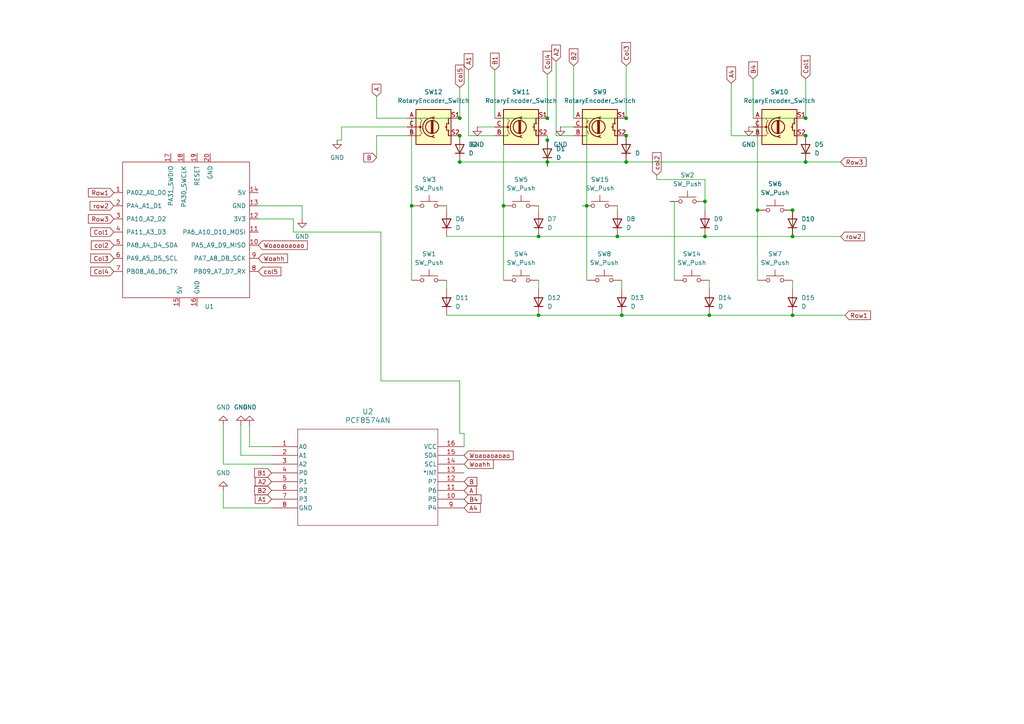
<source format=kicad_sch>
(kicad_sch
	(version 20231120)
	(generator "eeschema")
	(generator_version "8.0")
	(uuid "da837b7c-3ca1-4631-961b-87be262b6a04")
	(paper "A4")
	(lib_symbols
		(symbol "2024-10-07_23-50-27:PCF8574AN"
			(pin_names
				(offset 0.254)
			)
			(exclude_from_sim no)
			(in_bom yes)
			(on_board yes)
			(property "Reference" "U"
				(at 27.94 10.16 0)
				(effects
					(font
						(size 1.524 1.524)
					)
				)
			)
			(property "Value" "PCF8574AN"
				(at 27.94 7.62 0)
				(effects
					(font
						(size 1.524 1.524)
					)
				)
			)
			(property "Footprint" "N16"
				(at 0 0 0)
				(effects
					(font
						(size 1.27 1.27)
						(italic yes)
					)
					(hide yes)
				)
			)
			(property "Datasheet" "PCF8574AN"
				(at 0 0 0)
				(effects
					(font
						(size 1.27 1.27)
						(italic yes)
					)
					(hide yes)
				)
			)
			(property "Description" ""
				(at 0 0 0)
				(effects
					(font
						(size 1.27 1.27)
					)
					(hide yes)
				)
			)
			(property "ki_locked" ""
				(at 0 0 0)
				(effects
					(font
						(size 1.27 1.27)
					)
				)
			)
			(property "ki_keywords" "PCF8574AN"
				(at 0 0 0)
				(effects
					(font
						(size 1.27 1.27)
					)
					(hide yes)
				)
			)
			(property "ki_fp_filters" "N16"
				(at 0 0 0)
				(effects
					(font
						(size 1.27 1.27)
					)
					(hide yes)
				)
			)
			(symbol "PCF8574AN_0_1"
				(polyline
					(pts
						(xy 7.62 -22.86) (xy 48.26 -22.86)
					)
					(stroke
						(width 0.127)
						(type default)
					)
					(fill
						(type none)
					)
				)
				(polyline
					(pts
						(xy 7.62 5.08) (xy 7.62 -22.86)
					)
					(stroke
						(width 0.127)
						(type default)
					)
					(fill
						(type none)
					)
				)
				(polyline
					(pts
						(xy 48.26 -22.86) (xy 48.26 5.08)
					)
					(stroke
						(width 0.127)
						(type default)
					)
					(fill
						(type none)
					)
				)
				(polyline
					(pts
						(xy 48.26 5.08) (xy 7.62 5.08)
					)
					(stroke
						(width 0.127)
						(type default)
					)
					(fill
						(type none)
					)
				)
				(pin input line
					(at 0 0 0)
					(length 7.62)
					(name "A0"
						(effects
							(font
								(size 1.27 1.27)
							)
						)
					)
					(number "1"
						(effects
							(font
								(size 1.27 1.27)
							)
						)
					)
				)
				(pin bidirectional line
					(at 55.88 -15.24 180)
					(length 7.62)
					(name "P5"
						(effects
							(font
								(size 1.27 1.27)
							)
						)
					)
					(number "10"
						(effects
							(font
								(size 1.27 1.27)
							)
						)
					)
				)
				(pin bidirectional line
					(at 55.88 -12.7 180)
					(length 7.62)
					(name "P6"
						(effects
							(font
								(size 1.27 1.27)
							)
						)
					)
					(number "11"
						(effects
							(font
								(size 1.27 1.27)
							)
						)
					)
				)
				(pin bidirectional line
					(at 55.88 -10.16 180)
					(length 7.62)
					(name "P7"
						(effects
							(font
								(size 1.27 1.27)
							)
						)
					)
					(number "12"
						(effects
							(font
								(size 1.27 1.27)
							)
						)
					)
				)
				(pin output line
					(at 55.88 -7.62 180)
					(length 7.62)
					(name "*INT"
						(effects
							(font
								(size 1.27 1.27)
							)
						)
					)
					(number "13"
						(effects
							(font
								(size 1.27 1.27)
							)
						)
					)
				)
				(pin unspecified line
					(at 55.88 -5.08 180)
					(length 7.62)
					(name "SCL"
						(effects
							(font
								(size 1.27 1.27)
							)
						)
					)
					(number "14"
						(effects
							(font
								(size 1.27 1.27)
							)
						)
					)
				)
				(pin unspecified line
					(at 55.88 -2.54 180)
					(length 7.62)
					(name "SDA"
						(effects
							(font
								(size 1.27 1.27)
							)
						)
					)
					(number "15"
						(effects
							(font
								(size 1.27 1.27)
							)
						)
					)
				)
				(pin power_in line
					(at 55.88 0 180)
					(length 7.62)
					(name "VCC"
						(effects
							(font
								(size 1.27 1.27)
							)
						)
					)
					(number "16"
						(effects
							(font
								(size 1.27 1.27)
							)
						)
					)
				)
				(pin input line
					(at 0 -2.54 0)
					(length 7.62)
					(name "A1"
						(effects
							(font
								(size 1.27 1.27)
							)
						)
					)
					(number "2"
						(effects
							(font
								(size 1.27 1.27)
							)
						)
					)
				)
				(pin input line
					(at 0 -5.08 0)
					(length 7.62)
					(name "A2"
						(effects
							(font
								(size 1.27 1.27)
							)
						)
					)
					(number "3"
						(effects
							(font
								(size 1.27 1.27)
							)
						)
					)
				)
				(pin bidirectional line
					(at 0 -7.62 0)
					(length 7.62)
					(name "P0"
						(effects
							(font
								(size 1.27 1.27)
							)
						)
					)
					(number "4"
						(effects
							(font
								(size 1.27 1.27)
							)
						)
					)
				)
				(pin bidirectional line
					(at 0 -10.16 0)
					(length 7.62)
					(name "P1"
						(effects
							(font
								(size 1.27 1.27)
							)
						)
					)
					(number "5"
						(effects
							(font
								(size 1.27 1.27)
							)
						)
					)
				)
				(pin bidirectional line
					(at 0 -12.7 0)
					(length 7.62)
					(name "P2"
						(effects
							(font
								(size 1.27 1.27)
							)
						)
					)
					(number "6"
						(effects
							(font
								(size 1.27 1.27)
							)
						)
					)
				)
				(pin bidirectional line
					(at 0 -15.24 0)
					(length 7.62)
					(name "P3"
						(effects
							(font
								(size 1.27 1.27)
							)
						)
					)
					(number "7"
						(effects
							(font
								(size 1.27 1.27)
							)
						)
					)
				)
				(pin power_in line
					(at 0 -17.78 0)
					(length 7.62)
					(name "GND"
						(effects
							(font
								(size 1.27 1.27)
							)
						)
					)
					(number "8"
						(effects
							(font
								(size 1.27 1.27)
							)
						)
					)
				)
				(pin bidirectional line
					(at 55.88 -17.78 180)
					(length 7.62)
					(name "P4"
						(effects
							(font
								(size 1.27 1.27)
							)
						)
					)
					(number "9"
						(effects
							(font
								(size 1.27 1.27)
							)
						)
					)
				)
			)
		)
		(symbol "Device:D"
			(pin_numbers hide)
			(pin_names
				(offset 1.016) hide)
			(exclude_from_sim no)
			(in_bom yes)
			(on_board yes)
			(property "Reference" "D"
				(at 0 2.54 0)
				(effects
					(font
						(size 1.27 1.27)
					)
				)
			)
			(property "Value" "D"
				(at 0 -2.54 0)
				(effects
					(font
						(size 1.27 1.27)
					)
				)
			)
			(property "Footprint" ""
				(at 0 0 0)
				(effects
					(font
						(size 1.27 1.27)
					)
					(hide yes)
				)
			)
			(property "Datasheet" "~"
				(at 0 0 0)
				(effects
					(font
						(size 1.27 1.27)
					)
					(hide yes)
				)
			)
			(property "Description" "Diode"
				(at 0 0 0)
				(effects
					(font
						(size 1.27 1.27)
					)
					(hide yes)
				)
			)
			(property "Sim.Device" "D"
				(at 0 0 0)
				(effects
					(font
						(size 1.27 1.27)
					)
					(hide yes)
				)
			)
			(property "Sim.Pins" "1=K 2=A"
				(at 0 0 0)
				(effects
					(font
						(size 1.27 1.27)
					)
					(hide yes)
				)
			)
			(property "ki_keywords" "diode"
				(at 0 0 0)
				(effects
					(font
						(size 1.27 1.27)
					)
					(hide yes)
				)
			)
			(property "ki_fp_filters" "TO-???* *_Diode_* *SingleDiode* D_*"
				(at 0 0 0)
				(effects
					(font
						(size 1.27 1.27)
					)
					(hide yes)
				)
			)
			(symbol "D_0_1"
				(polyline
					(pts
						(xy -1.27 1.27) (xy -1.27 -1.27)
					)
					(stroke
						(width 0.254)
						(type default)
					)
					(fill
						(type none)
					)
				)
				(polyline
					(pts
						(xy 1.27 0) (xy -1.27 0)
					)
					(stroke
						(width 0)
						(type default)
					)
					(fill
						(type none)
					)
				)
				(polyline
					(pts
						(xy 1.27 1.27) (xy 1.27 -1.27) (xy -1.27 0) (xy 1.27 1.27)
					)
					(stroke
						(width 0.254)
						(type default)
					)
					(fill
						(type none)
					)
				)
			)
			(symbol "D_1_1"
				(pin passive line
					(at -3.81 0 0)
					(length 2.54)
					(name "K"
						(effects
							(font
								(size 1.27 1.27)
							)
						)
					)
					(number "1"
						(effects
							(font
								(size 1.27 1.27)
							)
						)
					)
				)
				(pin passive line
					(at 3.81 0 180)
					(length 2.54)
					(name "A"
						(effects
							(font
								(size 1.27 1.27)
							)
						)
					)
					(number "2"
						(effects
							(font
								(size 1.27 1.27)
							)
						)
					)
				)
			)
		)
		(symbol "Device:RotaryEncoder_Switch"
			(pin_names
				(offset 0.254) hide)
			(exclude_from_sim no)
			(in_bom yes)
			(on_board yes)
			(property "Reference" "SW"
				(at 0 6.604 0)
				(effects
					(font
						(size 1.27 1.27)
					)
				)
			)
			(property "Value" "RotaryEncoder_Switch"
				(at 0 -6.604 0)
				(effects
					(font
						(size 1.27 1.27)
					)
				)
			)
			(property "Footprint" ""
				(at -3.81 4.064 0)
				(effects
					(font
						(size 1.27 1.27)
					)
					(hide yes)
				)
			)
			(property "Datasheet" "~"
				(at 0 6.604 0)
				(effects
					(font
						(size 1.27 1.27)
					)
					(hide yes)
				)
			)
			(property "Description" "Rotary encoder, dual channel, incremental quadrate outputs, with switch"
				(at 0 0 0)
				(effects
					(font
						(size 1.27 1.27)
					)
					(hide yes)
				)
			)
			(property "ki_keywords" "rotary switch encoder switch push button"
				(at 0 0 0)
				(effects
					(font
						(size 1.27 1.27)
					)
					(hide yes)
				)
			)
			(property "ki_fp_filters" "RotaryEncoder*Switch*"
				(at 0 0 0)
				(effects
					(font
						(size 1.27 1.27)
					)
					(hide yes)
				)
			)
			(symbol "RotaryEncoder_Switch_0_1"
				(rectangle
					(start -5.08 5.08)
					(end 5.08 -5.08)
					(stroke
						(width 0.254)
						(type default)
					)
					(fill
						(type background)
					)
				)
				(circle
					(center -3.81 0)
					(radius 0.254)
					(stroke
						(width 0)
						(type default)
					)
					(fill
						(type outline)
					)
				)
				(circle
					(center -0.381 0)
					(radius 1.905)
					(stroke
						(width 0.254)
						(type default)
					)
					(fill
						(type none)
					)
				)
				(arc
					(start -0.381 2.667)
					(mid -3.0988 -0.0635)
					(end -0.381 -2.794)
					(stroke
						(width 0.254)
						(type default)
					)
					(fill
						(type none)
					)
				)
				(polyline
					(pts
						(xy -0.635 -1.778) (xy -0.635 1.778)
					)
					(stroke
						(width 0.254)
						(type default)
					)
					(fill
						(type none)
					)
				)
				(polyline
					(pts
						(xy -0.381 -1.778) (xy -0.381 1.778)
					)
					(stroke
						(width 0.254)
						(type default)
					)
					(fill
						(type none)
					)
				)
				(polyline
					(pts
						(xy -0.127 1.778) (xy -0.127 -1.778)
					)
					(stroke
						(width 0.254)
						(type default)
					)
					(fill
						(type none)
					)
				)
				(polyline
					(pts
						(xy 3.81 0) (xy 3.429 0)
					)
					(stroke
						(width 0.254)
						(type default)
					)
					(fill
						(type none)
					)
				)
				(polyline
					(pts
						(xy 3.81 1.016) (xy 3.81 -1.016)
					)
					(stroke
						(width 0.254)
						(type default)
					)
					(fill
						(type none)
					)
				)
				(polyline
					(pts
						(xy -5.08 -2.54) (xy -3.81 -2.54) (xy -3.81 -2.032)
					)
					(stroke
						(width 0)
						(type default)
					)
					(fill
						(type none)
					)
				)
				(polyline
					(pts
						(xy -5.08 2.54) (xy -3.81 2.54) (xy -3.81 2.032)
					)
					(stroke
						(width 0)
						(type default)
					)
					(fill
						(type none)
					)
				)
				(polyline
					(pts
						(xy 0.254 -3.048) (xy -0.508 -2.794) (xy 0.127 -2.413)
					)
					(stroke
						(width 0.254)
						(type default)
					)
					(fill
						(type none)
					)
				)
				(polyline
					(pts
						(xy 0.254 2.921) (xy -0.508 2.667) (xy 0.127 2.286)
					)
					(stroke
						(width 0.254)
						(type default)
					)
					(fill
						(type none)
					)
				)
				(polyline
					(pts
						(xy 5.08 -2.54) (xy 4.318 -2.54) (xy 4.318 -1.016)
					)
					(stroke
						(width 0.254)
						(type default)
					)
					(fill
						(type none)
					)
				)
				(polyline
					(pts
						(xy 5.08 2.54) (xy 4.318 2.54) (xy 4.318 1.016)
					)
					(stroke
						(width 0.254)
						(type default)
					)
					(fill
						(type none)
					)
				)
				(polyline
					(pts
						(xy -5.08 0) (xy -3.81 0) (xy -3.81 -1.016) (xy -3.302 -2.032)
					)
					(stroke
						(width 0)
						(type default)
					)
					(fill
						(type none)
					)
				)
				(polyline
					(pts
						(xy -4.318 0) (xy -3.81 0) (xy -3.81 1.016) (xy -3.302 2.032)
					)
					(stroke
						(width 0)
						(type default)
					)
					(fill
						(type none)
					)
				)
				(circle
					(center 4.318 -1.016)
					(radius 0.127)
					(stroke
						(width 0.254)
						(type default)
					)
					(fill
						(type none)
					)
				)
				(circle
					(center 4.318 1.016)
					(radius 0.127)
					(stroke
						(width 0.254)
						(type default)
					)
					(fill
						(type none)
					)
				)
			)
			(symbol "RotaryEncoder_Switch_1_1"
				(pin passive line
					(at -7.62 2.54 0)
					(length 2.54)
					(name "A"
						(effects
							(font
								(size 1.27 1.27)
							)
						)
					)
					(number "A"
						(effects
							(font
								(size 1.27 1.27)
							)
						)
					)
				)
				(pin passive line
					(at -7.62 -2.54 0)
					(length 2.54)
					(name "B"
						(effects
							(font
								(size 1.27 1.27)
							)
						)
					)
					(number "B"
						(effects
							(font
								(size 1.27 1.27)
							)
						)
					)
				)
				(pin passive line
					(at -7.62 0 0)
					(length 2.54)
					(name "C"
						(effects
							(font
								(size 1.27 1.27)
							)
						)
					)
					(number "C"
						(effects
							(font
								(size 1.27 1.27)
							)
						)
					)
				)
				(pin passive line
					(at 7.62 2.54 180)
					(length 2.54)
					(name "S1"
						(effects
							(font
								(size 1.27 1.27)
							)
						)
					)
					(number "S1"
						(effects
							(font
								(size 1.27 1.27)
							)
						)
					)
				)
				(pin passive line
					(at 7.62 -2.54 180)
					(length 2.54)
					(name "S2"
						(effects
							(font
								(size 1.27 1.27)
							)
						)
					)
					(number "S2"
						(effects
							(font
								(size 1.27 1.27)
							)
						)
					)
				)
			)
		)
		(symbol "Seeed_Studio_XIAO_Series:Seeed Studio XIAO SAMD21"
			(pin_names
				(offset 1.016)
			)
			(exclude_from_sim no)
			(in_bom yes)
			(on_board yes)
			(property "Reference" "U"
				(at -19.05 22.86 0)
				(effects
					(font
						(size 1.27 1.27)
					)
				)
			)
			(property "Value" "Seeed Studio XIAO SAMD21"
				(at -12.7 21.59 0)
				(effects
					(font
						(size 1.27 1.27)
					)
				)
			)
			(property "Footprint" ""
				(at -8.89 5.08 0)
				(effects
					(font
						(size 1.27 1.27)
					)
					(hide yes)
				)
			)
			(property "Datasheet" ""
				(at -8.89 5.08 0)
				(effects
					(font
						(size 1.27 1.27)
					)
					(hide yes)
				)
			)
			(property "Description" ""
				(at 0 0 0)
				(effects
					(font
						(size 1.27 1.27)
					)
					(hide yes)
				)
			)
			(symbol "Seeed Studio XIAO SAMD21_0_1"
				(rectangle
					(start -19.05 20.32)
					(end 17.78 -19.05)
					(stroke
						(width 0)
						(type default)
					)
					(fill
						(type none)
					)
				)
			)
			(symbol "Seeed Studio XIAO SAMD21_1_1"
				(pin unspecified line
					(at -21.59 11.43 0)
					(length 2.54)
					(name "PA02_A0_D0"
						(effects
							(font
								(size 1.27 1.27)
							)
						)
					)
					(number "1"
						(effects
							(font
								(size 1.27 1.27)
							)
						)
					)
				)
				(pin unspecified line
					(at 20.32 -3.81 180)
					(length 2.54)
					(name "PA5_A9_D9_MISO"
						(effects
							(font
								(size 1.27 1.27)
							)
						)
					)
					(number "10"
						(effects
							(font
								(size 1.27 1.27)
							)
						)
					)
				)
				(pin unspecified line
					(at 20.32 0 180)
					(length 2.54)
					(name "PA6_A10_D10_MOSI"
						(effects
							(font
								(size 1.27 1.27)
							)
						)
					)
					(number "11"
						(effects
							(font
								(size 1.27 1.27)
							)
						)
					)
				)
				(pin unspecified line
					(at 20.32 3.81 180)
					(length 2.54)
					(name "3V3"
						(effects
							(font
								(size 1.27 1.27)
							)
						)
					)
					(number "12"
						(effects
							(font
								(size 1.27 1.27)
							)
						)
					)
				)
				(pin unspecified line
					(at 20.32 7.62 180)
					(length 2.54)
					(name "GND"
						(effects
							(font
								(size 1.27 1.27)
							)
						)
					)
					(number "13"
						(effects
							(font
								(size 1.27 1.27)
							)
						)
					)
				)
				(pin unspecified line
					(at 20.32 11.43 180)
					(length 2.54)
					(name "5V"
						(effects
							(font
								(size 1.27 1.27)
							)
						)
					)
					(number "14"
						(effects
							(font
								(size 1.27 1.27)
							)
						)
					)
				)
				(pin input line
					(at -2.54 -21.59 90)
					(length 2.54)
					(name "5V"
						(effects
							(font
								(size 1.27 1.27)
							)
						)
					)
					(number "15"
						(effects
							(font
								(size 1.27 1.27)
							)
						)
					)
				)
				(pin input line
					(at 2.54 -21.59 90)
					(length 2.54)
					(name "GND"
						(effects
							(font
								(size 1.27 1.27)
							)
						)
					)
					(number "16"
						(effects
							(font
								(size 1.27 1.27)
							)
						)
					)
				)
				(pin input line
					(at -5.08 22.86 270)
					(length 2.54)
					(name "PA31_SWDIO"
						(effects
							(font
								(size 1.27 1.27)
							)
						)
					)
					(number "17"
						(effects
							(font
								(size 1.27 1.27)
							)
						)
					)
				)
				(pin input line
					(at -1.27 22.86 270)
					(length 2.54)
					(name "PA30_SWCLK"
						(effects
							(font
								(size 1.27 1.27)
							)
						)
					)
					(number "18"
						(effects
							(font
								(size 1.27 1.27)
							)
						)
					)
				)
				(pin input line
					(at 2.54 22.86 270)
					(length 2.54)
					(name "RESET"
						(effects
							(font
								(size 1.27 1.27)
							)
						)
					)
					(number "19"
						(effects
							(font
								(size 1.27 1.27)
							)
						)
					)
				)
				(pin unspecified line
					(at -21.59 7.62 0)
					(length 2.54)
					(name "PA4_A1_D1"
						(effects
							(font
								(size 1.27 1.27)
							)
						)
					)
					(number "2"
						(effects
							(font
								(size 1.27 1.27)
							)
						)
					)
				)
				(pin input line
					(at 6.35 22.86 270)
					(length 2.54)
					(name "GND"
						(effects
							(font
								(size 1.27 1.27)
							)
						)
					)
					(number "20"
						(effects
							(font
								(size 1.27 1.27)
							)
						)
					)
				)
				(pin unspecified line
					(at -21.59 3.81 0)
					(length 2.54)
					(name "PA10_A2_D2"
						(effects
							(font
								(size 1.27 1.27)
							)
						)
					)
					(number "3"
						(effects
							(font
								(size 1.27 1.27)
							)
						)
					)
				)
				(pin unspecified line
					(at -21.59 0 0)
					(length 2.54)
					(name "PA11_A3_D3"
						(effects
							(font
								(size 1.27 1.27)
							)
						)
					)
					(number "4"
						(effects
							(font
								(size 1.27 1.27)
							)
						)
					)
				)
				(pin unspecified line
					(at -21.59 -3.81 0)
					(length 2.54)
					(name "PA8_A4_D4_SDA"
						(effects
							(font
								(size 1.27 1.27)
							)
						)
					)
					(number "5"
						(effects
							(font
								(size 1.27 1.27)
							)
						)
					)
				)
				(pin unspecified line
					(at -21.59 -7.62 0)
					(length 2.54)
					(name "PA9_A5_D5_SCL"
						(effects
							(font
								(size 1.27 1.27)
							)
						)
					)
					(number "6"
						(effects
							(font
								(size 1.27 1.27)
							)
						)
					)
				)
				(pin unspecified line
					(at -21.59 -11.43 0)
					(length 2.54)
					(name "PB08_A6_D6_TX"
						(effects
							(font
								(size 1.27 1.27)
							)
						)
					)
					(number "7"
						(effects
							(font
								(size 1.27 1.27)
							)
						)
					)
				)
				(pin unspecified line
					(at 20.32 -11.43 180)
					(length 2.54)
					(name "PB09_A7_D7_RX"
						(effects
							(font
								(size 1.27 1.27)
							)
						)
					)
					(number "8"
						(effects
							(font
								(size 1.27 1.27)
							)
						)
					)
				)
				(pin unspecified line
					(at 20.32 -7.62 180)
					(length 2.54)
					(name "PA7_A8_D8_SCK"
						(effects
							(font
								(size 1.27 1.27)
							)
						)
					)
					(number "9"
						(effects
							(font
								(size 1.27 1.27)
							)
						)
					)
				)
			)
		)
		(symbol "Switch:SW_Push"
			(pin_numbers hide)
			(pin_names
				(offset 1.016) hide)
			(exclude_from_sim no)
			(in_bom yes)
			(on_board yes)
			(property "Reference" "SW"
				(at 1.27 2.54 0)
				(effects
					(font
						(size 1.27 1.27)
					)
					(justify left)
				)
			)
			(property "Value" "SW_Push"
				(at 0 -1.524 0)
				(effects
					(font
						(size 1.27 1.27)
					)
				)
			)
			(property "Footprint" ""
				(at 0 5.08 0)
				(effects
					(font
						(size 1.27 1.27)
					)
					(hide yes)
				)
			)
			(property "Datasheet" "~"
				(at 0 5.08 0)
				(effects
					(font
						(size 1.27 1.27)
					)
					(hide yes)
				)
			)
			(property "Description" "Push button switch, generic, two pins"
				(at 0 0 0)
				(effects
					(font
						(size 1.27 1.27)
					)
					(hide yes)
				)
			)
			(property "ki_keywords" "switch normally-open pushbutton push-button"
				(at 0 0 0)
				(effects
					(font
						(size 1.27 1.27)
					)
					(hide yes)
				)
			)
			(symbol "SW_Push_0_1"
				(circle
					(center -2.032 0)
					(radius 0.508)
					(stroke
						(width 0)
						(type default)
					)
					(fill
						(type none)
					)
				)
				(polyline
					(pts
						(xy 0 1.27) (xy 0 3.048)
					)
					(stroke
						(width 0)
						(type default)
					)
					(fill
						(type none)
					)
				)
				(polyline
					(pts
						(xy 2.54 1.27) (xy -2.54 1.27)
					)
					(stroke
						(width 0)
						(type default)
					)
					(fill
						(type none)
					)
				)
				(circle
					(center 2.032 0)
					(radius 0.508)
					(stroke
						(width 0)
						(type default)
					)
					(fill
						(type none)
					)
				)
				(pin passive line
					(at -5.08 0 0)
					(length 2.54)
					(name "1"
						(effects
							(font
								(size 1.27 1.27)
							)
						)
					)
					(number "1"
						(effects
							(font
								(size 1.27 1.27)
							)
						)
					)
				)
				(pin passive line
					(at 5.08 0 180)
					(length 2.54)
					(name "2"
						(effects
							(font
								(size 1.27 1.27)
							)
						)
					)
					(number "2"
						(effects
							(font
								(size 1.27 1.27)
							)
						)
					)
				)
			)
		)
		(symbol "power:GND"
			(power)
			(pin_numbers hide)
			(pin_names
				(offset 0) hide)
			(exclude_from_sim no)
			(in_bom yes)
			(on_board yes)
			(property "Reference" "#PWR"
				(at 0 -6.35 0)
				(effects
					(font
						(size 1.27 1.27)
					)
					(hide yes)
				)
			)
			(property "Value" "GND"
				(at 0 -3.81 0)
				(effects
					(font
						(size 1.27 1.27)
					)
				)
			)
			(property "Footprint" ""
				(at 0 0 0)
				(effects
					(font
						(size 1.27 1.27)
					)
					(hide yes)
				)
			)
			(property "Datasheet" ""
				(at 0 0 0)
				(effects
					(font
						(size 1.27 1.27)
					)
					(hide yes)
				)
			)
			(property "Description" "Power symbol creates a global label with name \"GND\" , ground"
				(at 0 0 0)
				(effects
					(font
						(size 1.27 1.27)
					)
					(hide yes)
				)
			)
			(property "ki_keywords" "global power"
				(at 0 0 0)
				(effects
					(font
						(size 1.27 1.27)
					)
					(hide yes)
				)
			)
			(symbol "GND_0_1"
				(polyline
					(pts
						(xy 0 0) (xy 0 -1.27) (xy 1.27 -1.27) (xy 0 -2.54) (xy -1.27 -1.27) (xy 0 -1.27)
					)
					(stroke
						(width 0)
						(type default)
					)
					(fill
						(type none)
					)
				)
			)
			(symbol "GND_1_1"
				(pin power_in line
					(at 0 0 270)
					(length 0)
					(name "~"
						(effects
							(font
								(size 1.27 1.27)
							)
						)
					)
					(number "1"
						(effects
							(font
								(size 1.27 1.27)
							)
						)
					)
				)
			)
		)
	)
	(junction
		(at 204.47 58.42)
		(diameter 0)
		(color 0 0 0 0)
		(uuid "17522ace-f923-45fb-ad0f-3baa913bd680")
	)
	(junction
		(at 229.87 68.58)
		(diameter 0)
		(color 0 0 0 0)
		(uuid "2b2ec57b-e2a0-4cae-80a2-2c0eb78fe844")
	)
	(junction
		(at 181.61 34.29)
		(diameter 0)
		(color 0 0 0 0)
		(uuid "31bd9281-3798-4d1f-9c0b-8c3c1cd82ee8")
	)
	(junction
		(at 133.35 46.99)
		(diameter 0)
		(color 0 0 0 0)
		(uuid "395dcb72-7aed-4cd7-97a3-ccc38146b823")
	)
	(junction
		(at 233.68 39.37)
		(diameter 0)
		(color 0 0 0 0)
		(uuid "3a88ec79-99e2-4ea2-914f-b97b5b56d75c")
	)
	(junction
		(at 229.87 60.96)
		(diameter 0)
		(color 0 0 0 0)
		(uuid "40117921-dc9c-405a-9d80-92a6fc9d78ea")
	)
	(junction
		(at 158.75 46.99)
		(diameter 0)
		(color 0 0 0 0)
		(uuid "49eb6e08-1440-4f1d-9828-bbaa2484f91c")
	)
	(junction
		(at 233.68 46.99)
		(diameter 0)
		(color 0 0 0 0)
		(uuid "59ab3a77-cfbd-4871-b36c-fc26775dcc14")
	)
	(junction
		(at 156.21 68.58)
		(diameter 0)
		(color 0 0 0 0)
		(uuid "7bd101ab-ce04-4733-b25f-082fac618303")
	)
	(junction
		(at 179.07 68.58)
		(diameter 0)
		(color 0 0 0 0)
		(uuid "84138ef9-ac63-4316-9938-d8d37abb6f28")
	)
	(junction
		(at 180.34 91.44)
		(diameter 0)
		(color 0 0 0 0)
		(uuid "9159b74d-0f05-45dd-bde0-9edc53491644")
	)
	(junction
		(at 181.61 39.37)
		(diameter 0)
		(color 0 0 0 0)
		(uuid "a4dfa94c-4cf5-4450-9085-8b2df7aea540")
	)
	(junction
		(at 204.47 68.58)
		(diameter 0)
		(color 0 0 0 0)
		(uuid "acad1b94-258f-49e1-9cb8-7924ad48f0ab")
	)
	(junction
		(at 181.61 46.99)
		(diameter 0)
		(color 0 0 0 0)
		(uuid "adebf92e-2e69-4ba8-94e7-e59718b8bd63")
	)
	(junction
		(at 158.75 40.64)
		(diameter 0)
		(color 0 0 0 0)
		(uuid "bbd7b2cd-74fc-4be5-855f-d5cd0f95b58d")
	)
	(junction
		(at 205.74 91.44)
		(diameter 0)
		(color 0 0 0 0)
		(uuid "bc3f0c76-e8a9-4fe8-be83-2b46ac1f8056")
	)
	(junction
		(at 156.21 91.44)
		(diameter 0)
		(color 0 0 0 0)
		(uuid "bc899393-7a75-4909-8bce-69e1f32a1d1d")
	)
	(junction
		(at 233.68 34.29)
		(diameter 0)
		(color 0 0 0 0)
		(uuid "c8fe48d2-eccb-49de-9a2e-9741dff6f5c9")
	)
	(junction
		(at 229.87 91.44)
		(diameter 0)
		(color 0 0 0 0)
		(uuid "d3c7892f-8fb5-451f-8c2d-10d358198006")
	)
	(junction
		(at 158.75 34.29)
		(diameter 0)
		(color 0 0 0 0)
		(uuid "df089f78-d907-47ee-8340-a749e5f2e7a3")
	)
	(junction
		(at 170.18 59.69)
		(diameter 0)
		(color 0 0 0 0)
		(uuid "ebf71e46-259e-4bad-8f15-e8b3218d60e1")
	)
	(junction
		(at 146.05 59.69)
		(diameter 0)
		(color 0 0 0 0)
		(uuid "f08248e9-3e4b-4e3e-b78b-99c0af41d289")
	)
	(junction
		(at 133.35 39.37)
		(diameter 0)
		(color 0 0 0 0)
		(uuid "f660e4a3-e7ed-484f-8798-5f7bbb0118f4")
	)
	(junction
		(at 219.71 60.96)
		(diameter 0)
		(color 0 0 0 0)
		(uuid "f9775778-008b-46e2-9460-31b2ef698489")
	)
	(junction
		(at 133.35 34.29)
		(diameter 0)
		(color 0 0 0 0)
		(uuid "f9ff9e07-d35e-4550-899d-625ecd6dce64")
	)
	(junction
		(at 119.38 59.69)
		(diameter 0)
		(color 0 0 0 0)
		(uuid "fc7c3c72-a1a9-4372-95c3-95029fb5ff04")
	)
	(wire
		(pts
			(xy 64.77 123.19) (xy 64.77 134.62)
		)
		(stroke
			(width 0)
			(type default)
		)
		(uuid "024e3b99-bd68-43a3-b5cf-ce95c065c095")
	)
	(wire
		(pts
			(xy 219.71 34.29) (xy 219.71 60.96)
		)
		(stroke
			(width 0)
			(type default)
		)
		(uuid "047327fd-da81-42f6-a44e-e678c8090bba")
	)
	(wire
		(pts
			(xy 180.34 91.44) (xy 205.74 91.44)
		)
		(stroke
			(width 0)
			(type default)
		)
		(uuid "06a5a3cb-1ea0-4e79-84c9-ffa649c5d9ed")
	)
	(wire
		(pts
			(xy 119.38 59.69) (xy 119.38 81.28)
		)
		(stroke
			(width 0)
			(type default)
		)
		(uuid "09abe6f9-aef5-4657-b16a-b6bf25046460")
	)
	(wire
		(pts
			(xy 87.63 59.69) (xy 87.63 63.5)
		)
		(stroke
			(width 0)
			(type default)
		)
		(uuid "0c0c3375-fa9f-42a9-a54f-3c670fec377a")
	)
	(wire
		(pts
			(xy 217.17 36.83) (xy 218.44 36.83)
		)
		(stroke
			(width 0)
			(type default)
		)
		(uuid "1217e71d-6d10-43db-ae95-8af2cdc49601")
	)
	(wire
		(pts
			(xy 143.51 39.37) (xy 135.89 39.37)
		)
		(stroke
			(width 0)
			(type default)
		)
		(uuid "16e60f92-24d2-425a-a463-d46653a94ef0")
	)
	(wire
		(pts
			(xy 74.93 59.69) (xy 87.63 59.69)
		)
		(stroke
			(width 0)
			(type default)
		)
		(uuid "1c97c944-3e5a-48ac-836d-a2a9ba44f9b9")
	)
	(wire
		(pts
			(xy 72.39 123.19) (xy 72.39 129.54)
		)
		(stroke
			(width 0)
			(type default)
		)
		(uuid "1ecffa35-8590-4cd6-936a-e720c7a8dd63")
	)
	(wire
		(pts
			(xy 218.44 22.86) (xy 218.44 34.29)
		)
		(stroke
			(width 0)
			(type default)
		)
		(uuid "2771160d-645e-4103-8ee8-eebec6d4edb5")
	)
	(wire
		(pts
			(xy 129.54 91.44) (xy 156.21 91.44)
		)
		(stroke
			(width 0)
			(type default)
		)
		(uuid "2d2e082b-c2ea-47f5-9f77-984bf6083674")
	)
	(wire
		(pts
			(xy 133.35 25.4) (xy 133.35 34.29)
		)
		(stroke
			(width 0)
			(type default)
		)
		(uuid "2eb4c092-992f-4321-8b27-c7272efbe9b0")
	)
	(wire
		(pts
			(xy 158.75 21.59) (xy 158.75 34.29)
		)
		(stroke
			(width 0)
			(type default)
		)
		(uuid "34667e59-c11d-4652-be9d-86327e82ef08")
	)
	(wire
		(pts
			(xy 74.93 63.5) (xy 85.09 63.5)
		)
		(stroke
			(width 0)
			(type default)
		)
		(uuid "3649e5ad-cd69-419a-95f0-f6a32e655e89")
	)
	(wire
		(pts
			(xy 190.5 50.8) (xy 190.5 52.07)
		)
		(stroke
			(width 0)
			(type default)
		)
		(uuid "38c1a51d-f737-4bf2-bbc2-38d003348894")
	)
	(wire
		(pts
			(xy 181.61 46.99) (xy 233.68 46.99)
		)
		(stroke
			(width 0)
			(type default)
		)
		(uuid "39e76fbb-e972-49fc-92f5-de1cf5f14eea")
	)
	(wire
		(pts
			(xy 78.74 132.08) (xy 69.85 132.08)
		)
		(stroke
			(width 0)
			(type default)
		)
		(uuid "3c653075-b70d-4ccd-849d-d83e642f0000")
	)
	(wire
		(pts
			(xy 110.49 110.49) (xy 133.35 110.49)
		)
		(stroke
			(width 0)
			(type default)
		)
		(uuid "42c66d34-ace1-46ad-9334-690d8ea6772b")
	)
	(wire
		(pts
			(xy 162.56 36.83) (xy 166.37 36.83)
		)
		(stroke
			(width 0)
			(type default)
		)
		(uuid "45d80936-da0a-4b12-b1d4-2bca8702b3c4")
	)
	(wire
		(pts
			(xy 64.77 142.24) (xy 64.77 147.32)
		)
		(stroke
			(width 0)
			(type default)
		)
		(uuid "46776e0e-9a02-4112-bd44-d197a33dbbdd")
	)
	(wire
		(pts
			(xy 229.87 91.44) (xy 245.11 91.44)
		)
		(stroke
			(width 0)
			(type default)
		)
		(uuid "4a3b5908-166b-4ef9-a985-0154942f976d")
	)
	(wire
		(pts
			(xy 158.75 46.99) (xy 181.61 46.99)
		)
		(stroke
			(width 0)
			(type default)
		)
		(uuid "4a6e8918-de78-4281-bf3a-8309ebdee258")
	)
	(wire
		(pts
			(xy 156.21 68.58) (xy 179.07 68.58)
		)
		(stroke
			(width 0)
			(type default)
		)
		(uuid "4b0b07c8-4c3f-4d2e-84d0-b385cc4f5639")
	)
	(wire
		(pts
			(xy 204.47 52.07) (xy 204.47 58.42)
		)
		(stroke
			(width 0)
			(type default)
		)
		(uuid "4dcdb729-60bf-4dc1-b1d0-264d4c247d3b")
	)
	(wire
		(pts
			(xy 78.74 147.32) (xy 64.77 147.32)
		)
		(stroke
			(width 0)
			(type default)
		)
		(uuid "4fc85b27-8189-4416-931a-e25b1899e8b5")
	)
	(wire
		(pts
			(xy 205.74 81.28) (xy 205.74 83.82)
		)
		(stroke
			(width 0)
			(type default)
		)
		(uuid "53c35136-997b-45b0-98e3-0d7a72b775b4")
	)
	(wire
		(pts
			(xy 109.22 27.94) (xy 109.22 34.29)
		)
		(stroke
			(width 0)
			(type default)
		)
		(uuid "5470e04f-0948-42df-a77c-07c642231487")
	)
	(wire
		(pts
			(xy 143.51 20.32) (xy 143.51 34.29)
		)
		(stroke
			(width 0)
			(type default)
		)
		(uuid "560aeec9-e7be-459f-a7af-bff3e00367c2")
	)
	(wire
		(pts
			(xy 69.85 123.19) (xy 69.85 132.08)
		)
		(stroke
			(width 0)
			(type default)
		)
		(uuid "6110b3a6-d959-4429-b555-0934d48a4b93")
	)
	(wire
		(pts
			(xy 118.11 34.29) (xy 109.22 34.29)
		)
		(stroke
			(width 0)
			(type default)
		)
		(uuid "63042e76-fffa-42ce-83ac-cb5a34f97a0c")
	)
	(wire
		(pts
			(xy 158.75 48.26) (xy 158.75 46.99)
		)
		(stroke
			(width 0)
			(type default)
		)
		(uuid "63efdd41-eb01-4fcc-809a-0bcf9781be98")
	)
	(wire
		(pts
			(xy 204.47 68.58) (xy 229.87 68.58)
		)
		(stroke
			(width 0)
			(type default)
		)
		(uuid "6685bb9c-d48b-4e9b-98c0-f887c0f57d76")
	)
	(wire
		(pts
			(xy 99.06 40.64) (xy 99.06 36.83)
		)
		(stroke
			(width 0)
			(type default)
		)
		(uuid "6a669a48-dc07-43e7-bd61-ee89c95bf656")
	)
	(wire
		(pts
			(xy 170.18 34.29) (xy 181.61 34.29)
		)
		(stroke
			(width 0)
			(type default)
		)
		(uuid "6d8bb48b-2f52-47e5-b0a0-dab110d43604")
	)
	(wire
		(pts
			(xy 133.35 110.49) (xy 133.35 125.73)
		)
		(stroke
			(width 0)
			(type default)
		)
		(uuid "70436def-2844-4f54-9ec7-c1131bc32a6c")
	)
	(wire
		(pts
			(xy 146.05 59.69) (xy 146.05 81.28)
		)
		(stroke
			(width 0)
			(type default)
		)
		(uuid "752e7b4b-079f-4911-8ec3-a77e2f38a59a")
	)
	(wire
		(pts
			(xy 180.34 81.28) (xy 180.34 83.82)
		)
		(stroke
			(width 0)
			(type default)
		)
		(uuid "7825a32f-cf2e-4dee-89de-b1b3025c16c7")
	)
	(wire
		(pts
			(xy 138.43 36.83) (xy 143.51 36.83)
		)
		(stroke
			(width 0)
			(type default)
		)
		(uuid "79ec7b6c-9225-41c7-8eb3-6c6a393f7364")
	)
	(wire
		(pts
			(xy 156.21 81.28) (xy 156.21 83.82)
		)
		(stroke
			(width 0)
			(type default)
		)
		(uuid "7a039213-8da7-48da-a68e-30a7811a56d4")
	)
	(wire
		(pts
			(xy 204.47 58.42) (xy 204.47 60.96)
		)
		(stroke
			(width 0)
			(type default)
		)
		(uuid "7aaf6696-b354-42f3-a6ab-88cf2a89084a")
	)
	(wire
		(pts
			(xy 85.09 67.31) (xy 110.49 67.31)
		)
		(stroke
			(width 0)
			(type default)
		)
		(uuid "7c6e2574-a133-4a5f-baf7-9d0d14e9ba43")
	)
	(wire
		(pts
			(xy 133.35 125.73) (xy 134.62 125.73)
		)
		(stroke
			(width 0)
			(type default)
		)
		(uuid "7f77f311-be60-45e9-89a2-40b56069171a")
	)
	(wire
		(pts
			(xy 181.61 39.37) (xy 181.61 46.99)
		)
		(stroke
			(width 0)
			(type default)
		)
		(uuid "81886e96-66b3-4f0a-a7c6-9a6c2647d352")
	)
	(wire
		(pts
			(xy 229.87 81.28) (xy 229.87 83.82)
		)
		(stroke
			(width 0)
			(type default)
		)
		(uuid "8282f0d7-fb1b-4e28-af75-5363e76e9f98")
	)
	(wire
		(pts
			(xy 158.75 39.37) (xy 158.75 40.64)
		)
		(stroke
			(width 0)
			(type default)
		)
		(uuid "8432e60a-abb6-4901-acf1-94a2c88a7bfd")
	)
	(wire
		(pts
			(xy 233.68 34.29) (xy 219.71 34.29)
		)
		(stroke
			(width 0)
			(type default)
		)
		(uuid "86543e82-d0e9-4548-99c2-6b33c3311a34")
	)
	(wire
		(pts
			(xy 133.35 46.99) (xy 158.75 46.99)
		)
		(stroke
			(width 0)
			(type default)
		)
		(uuid "865bb7e5-a13f-4107-a483-dc48223cba09")
	)
	(wire
		(pts
			(xy 97.79 40.64) (xy 99.06 40.64)
		)
		(stroke
			(width 0)
			(type default)
		)
		(uuid "8752eabf-9cd5-41da-ad99-2ec779a2caf1")
	)
	(wire
		(pts
			(xy 166.37 39.37) (xy 161.29 39.37)
		)
		(stroke
			(width 0)
			(type default)
		)
		(uuid "87d791e3-75e4-474f-9f50-e4c59173f62f")
	)
	(wire
		(pts
			(xy 129.54 68.58) (xy 156.21 68.58)
		)
		(stroke
			(width 0)
			(type default)
		)
		(uuid "88cd72f3-5ba6-434e-b00e-97ff0e97e80f")
	)
	(wire
		(pts
			(xy 146.05 34.29) (xy 158.75 34.29)
		)
		(stroke
			(width 0)
			(type default)
		)
		(uuid "8997fcaf-5d98-443e-82c4-b51bcd045db0")
	)
	(wire
		(pts
			(xy 179.07 59.69) (xy 179.07 60.96)
		)
		(stroke
			(width 0)
			(type default)
		)
		(uuid "89aee6cc-a724-4170-99f1-01ffad8f1f6a")
	)
	(wire
		(pts
			(xy 233.68 46.99) (xy 243.84 46.99)
		)
		(stroke
			(width 0)
			(type default)
		)
		(uuid "89f7d95f-dfed-46ed-ab65-d55c6c11392e")
	)
	(wire
		(pts
			(xy 166.37 19.05) (xy 166.37 34.29)
		)
		(stroke
			(width 0)
			(type default)
		)
		(uuid "8b4d5113-10ed-48a4-a046-9a57b22ca8d9")
	)
	(wire
		(pts
			(xy 99.06 36.83) (xy 118.11 36.83)
		)
		(stroke
			(width 0)
			(type default)
		)
		(uuid "8d9660e6-5eb7-4428-95b9-0fa896ae9684")
	)
	(wire
		(pts
			(xy 129.54 81.28) (xy 129.54 83.82)
		)
		(stroke
			(width 0)
			(type default)
		)
		(uuid "8f60f35c-c934-40ad-947a-53b16da6ef0c")
	)
	(wire
		(pts
			(xy 219.71 60.96) (xy 219.71 81.28)
		)
		(stroke
			(width 0)
			(type default)
		)
		(uuid "921c3fc5-5aa3-4854-af81-4200d7d9a796")
	)
	(wire
		(pts
			(xy 170.18 59.69) (xy 170.18 81.28)
		)
		(stroke
			(width 0)
			(type default)
		)
		(uuid "9300f3bc-240d-4bb0-98a0-238bb13e1edc")
	)
	(wire
		(pts
			(xy 78.74 134.62) (xy 64.77 134.62)
		)
		(stroke
			(width 0)
			(type default)
		)
		(uuid "9a4a50ce-34c4-4f71-89ac-01b4e794137c")
	)
	(wire
		(pts
			(xy 229.87 68.58) (xy 243.84 68.58)
		)
		(stroke
			(width 0)
			(type default)
		)
		(uuid "a0a631ed-1f1f-46b1-a2c9-cb27b367c622")
	)
	(wire
		(pts
			(xy 78.74 129.54) (xy 72.39 129.54)
		)
		(stroke
			(width 0)
			(type default)
		)
		(uuid "a1918b41-019f-45f1-9f2c-f4f1ff9bdb7b")
	)
	(wire
		(pts
			(xy 109.22 39.37) (xy 109.22 45.72)
		)
		(stroke
			(width 0)
			(type default)
		)
		(uuid "a28b8f9f-a7c6-4fd7-b9a9-36f54f2fd0c4")
	)
	(wire
		(pts
			(xy 195.58 58.42) (xy 194.31 58.42)
		)
		(stroke
			(width 0)
			(type default)
		)
		(uuid "a4dcd124-2ee3-4e71-97f4-e347f54a144d")
	)
	(wire
		(pts
			(xy 135.89 20.32) (xy 135.89 39.37)
		)
		(stroke
			(width 0)
			(type default)
		)
		(uuid "a5ccaf6d-9ad5-4457-ae33-bafd52ac20fa")
	)
	(wire
		(pts
			(xy 170.18 59.69) (xy 170.18 34.29)
		)
		(stroke
			(width 0)
			(type default)
		)
		(uuid "a6e816ad-4849-42e8-9c9b-57b2f3018a06")
	)
	(wire
		(pts
			(xy 119.38 59.69) (xy 119.38 34.29)
		)
		(stroke
			(width 0)
			(type default)
		)
		(uuid "a8bc9356-38b3-4499-b0f3-9d2e33a2034d")
	)
	(wire
		(pts
			(xy 158.75 40.64) (xy 158.75 46.99)
		)
		(stroke
			(width 0)
			(type default)
		)
		(uuid "b3805ab5-5399-4dfd-aa67-0be85de37072")
	)
	(wire
		(pts
			(xy 233.68 22.86) (xy 233.68 34.29)
		)
		(stroke
			(width 0)
			(type default)
		)
		(uuid "b88ebb13-88d9-4818-b9e5-1e90020bce12")
	)
	(wire
		(pts
			(xy 205.74 91.44) (xy 229.87 91.44)
		)
		(stroke
			(width 0)
			(type default)
		)
		(uuid "bb0d9b1d-bc60-45c3-b251-3d24189746f6")
	)
	(wire
		(pts
			(xy 119.38 34.29) (xy 133.35 34.29)
		)
		(stroke
			(width 0)
			(type default)
		)
		(uuid "bc0ecbc0-542a-4727-b070-80be0191c54e")
	)
	(wire
		(pts
			(xy 181.61 19.05) (xy 181.61 34.29)
		)
		(stroke
			(width 0)
			(type default)
		)
		(uuid "bfb6c740-234b-4a85-a52a-93397d92653e")
	)
	(wire
		(pts
			(xy 156.21 59.69) (xy 156.21 60.96)
		)
		(stroke
			(width 0)
			(type default)
		)
		(uuid "c024125a-2fe9-409a-bc64-a37bd9bb3306")
	)
	(wire
		(pts
			(xy 146.05 59.69) (xy 146.05 34.29)
		)
		(stroke
			(width 0)
			(type default)
		)
		(uuid "c150f30f-e0f7-4c83-92e3-fd6035ef8b93")
	)
	(wire
		(pts
			(xy 179.07 68.58) (xy 204.47 68.58)
		)
		(stroke
			(width 0)
			(type default)
		)
		(uuid "cbce2e00-cb7b-4544-b466-b60f4541d183")
	)
	(wire
		(pts
			(xy 133.35 39.37) (xy 133.35 46.99)
		)
		(stroke
			(width 0)
			(type default)
		)
		(uuid "cc137dd8-0cb8-4f2b-85f5-d7200fe39b81")
	)
	(wire
		(pts
			(xy 85.09 63.5) (xy 85.09 67.31)
		)
		(stroke
			(width 0)
			(type default)
		)
		(uuid "cc56bef3-5f6b-4ea5-a66a-75ce1802cf54")
	)
	(wire
		(pts
			(xy 118.11 39.37) (xy 109.22 39.37)
		)
		(stroke
			(width 0)
			(type default)
		)
		(uuid "cc75da5d-46e5-4d01-941c-02e7726a9c9e")
	)
	(wire
		(pts
			(xy 161.29 17.78) (xy 161.29 39.37)
		)
		(stroke
			(width 0)
			(type default)
		)
		(uuid "e189920e-9458-4d5c-8f3d-9caa45d4f207")
	)
	(wire
		(pts
			(xy 110.49 67.31) (xy 110.49 110.49)
		)
		(stroke
			(width 0)
			(type default)
		)
		(uuid "e229d416-c025-45b6-9412-6b3a9c6ee57b")
	)
	(wire
		(pts
			(xy 156.21 91.44) (xy 180.34 91.44)
		)
		(stroke
			(width 0)
			(type default)
		)
		(uuid "e32fc1a0-b97b-468c-a6ff-b7de6ec88070")
	)
	(wire
		(pts
			(xy 134.62 125.73) (xy 134.62 129.54)
		)
		(stroke
			(width 0)
			(type default)
		)
		(uuid "e3d64605-06f3-4233-83ac-f8ba2f82793c")
	)
	(wire
		(pts
			(xy 212.09 24.13) (xy 212.09 39.37)
		)
		(stroke
			(width 0)
			(type default)
		)
		(uuid "e3eb98b7-af49-42a4-9d20-1a917001edba")
	)
	(wire
		(pts
			(xy 229.87 60.96) (xy 229.87 68.58)
		)
		(stroke
			(width 0)
			(type default)
		)
		(uuid "eb540bb6-2dfe-45f3-bc7f-f6c868b8cf14")
	)
	(wire
		(pts
			(xy 170.18 59.69) (xy 168.91 59.69)
		)
		(stroke
			(width 0)
			(type default)
		)
		(uuid "ee8475d7-424a-4339-9ca0-9e0a69ec3d2d")
	)
	(wire
		(pts
			(xy 218.44 39.37) (xy 212.09 39.37)
		)
		(stroke
			(width 0)
			(type default)
		)
		(uuid "f2f79eec-1980-459a-b93f-98441c172c35")
	)
	(wire
		(pts
			(xy 190.5 52.07) (xy 204.47 52.07)
		)
		(stroke
			(width 0)
			(type default)
		)
		(uuid "f484c2dd-d2cd-4baf-8fa7-3908a2079828")
	)
	(wire
		(pts
			(xy 195.58 58.42) (xy 195.58 81.28)
		)
		(stroke
			(width 0)
			(type default)
		)
		(uuid "f566d130-2e4a-446f-b6ec-cc568ff8e290")
	)
	(wire
		(pts
			(xy 129.54 59.69) (xy 129.54 60.96)
		)
		(stroke
			(width 0)
			(type default)
		)
		(uuid "fd121344-c2dc-4d4e-888b-3b8b9c66f23f")
	)
	(wire
		(pts
			(xy 233.68 39.37) (xy 233.68 46.99)
		)
		(stroke
			(width 0)
			(type default)
		)
		(uuid "ffc66018-d28e-4e30-97d2-5ff845677990")
	)
	(global_label "A2"
		(shape input)
		(at 78.74 139.7 180)
		(fields_autoplaced yes)
		(effects
			(font
				(size 1.27 1.27)
			)
			(justify right)
		)
		(uuid "03fbbfe4-a3d7-4d43-90a8-032cbc577d05")
		(property "Intersheetrefs" "${INTERSHEET_REFS}"
			(at 73.4567 139.7 0)
			(effects
				(font
					(size 1.27 1.27)
				)
				(justify right)
				(hide yes)
			)
		)
	)
	(global_label "B"
		(shape input)
		(at 109.22 45.72 180)
		(fields_autoplaced yes)
		(effects
			(font
				(size 1.27 1.27)
			)
			(justify right)
		)
		(uuid "068f8752-7a58-4f52-88f5-82ff02b5d10e")
		(property "Intersheetrefs" "${INTERSHEET_REFS}"
			(at 104.9648 45.72 0)
			(effects
				(font
					(size 1.27 1.27)
				)
				(justify right)
				(hide yes)
			)
		)
	)
	(global_label "col2"
		(shape input)
		(at 33.02 71.12 180)
		(fields_autoplaced yes)
		(effects
			(font
				(size 1.27 1.27)
			)
			(justify right)
		)
		(uuid "0a206616-9952-4831-89ec-63e3a119b85c")
		(property "Intersheetrefs" "${INTERSHEET_REFS}"
			(at 25.9225 71.12 0)
			(effects
				(font
					(size 1.27 1.27)
				)
				(justify right)
				(hide yes)
			)
		)
	)
	(global_label "B4"
		(shape input)
		(at 218.44 22.86 90)
		(fields_autoplaced yes)
		(effects
			(font
				(size 1.27 1.27)
			)
			(justify left)
		)
		(uuid "0ac56a62-d8d9-41ef-bcc1-99002a80477a")
		(property "Intersheetrefs" "${INTERSHEET_REFS}"
			(at 218.44 17.3953 90)
			(effects
				(font
					(size 1.27 1.27)
				)
				(justify left)
				(hide yes)
			)
		)
	)
	(global_label "A4"
		(shape input)
		(at 212.09 24.13 90)
		(fields_autoplaced yes)
		(effects
			(font
				(size 1.27 1.27)
			)
			(justify left)
		)
		(uuid "1266939d-ea72-4d2b-8314-27bf4f1eaea1")
		(property "Intersheetrefs" "${INTERSHEET_REFS}"
			(at 212.09 18.8467 90)
			(effects
				(font
					(size 1.27 1.27)
				)
				(justify left)
				(hide yes)
			)
		)
	)
	(global_label "A1"
		(shape input)
		(at 135.89 20.32 90)
		(fields_autoplaced yes)
		(effects
			(font
				(size 1.27 1.27)
			)
			(justify left)
		)
		(uuid "1845741f-7e94-4a1f-880b-411743889f9c")
		(property "Intersheetrefs" "${INTERSHEET_REFS}"
			(at 135.89 15.0367 90)
			(effects
				(font
					(size 1.27 1.27)
				)
				(justify left)
				(hide yes)
			)
		)
	)
	(global_label "A2"
		(shape input)
		(at 161.29 17.78 90)
		(fields_autoplaced yes)
		(effects
			(font
				(size 1.27 1.27)
			)
			(justify left)
		)
		(uuid "1c972e47-5242-4c0f-a5cb-9b98cf111dab")
		(property "Intersheetrefs" "${INTERSHEET_REFS}"
			(at 161.29 12.4967 90)
			(effects
				(font
					(size 1.27 1.27)
				)
				(justify left)
				(hide yes)
			)
		)
	)
	(global_label "Col1"
		(shape input)
		(at 33.02 67.31 180)
		(fields_autoplaced yes)
		(effects
			(font
				(size 1.27 1.27)
			)
			(justify right)
		)
		(uuid "2802e0dd-e59f-499f-8dd0-56d99906b8c8")
		(property "Intersheetrefs" "${INTERSHEET_REFS}"
			(at 25.7411 67.31 0)
			(effects
				(font
					(size 1.27 1.27)
				)
				(justify right)
				(hide yes)
			)
		)
	)
	(global_label "col5"
		(shape input)
		(at 74.93 78.74 0)
		(fields_autoplaced yes)
		(effects
			(font
				(size 1.27 1.27)
			)
			(justify left)
		)
		(uuid "32473ba3-e6fa-4c8e-90c7-3957f48ac257")
		(property "Intersheetrefs" "${INTERSHEET_REFS}"
			(at 82.0275 78.74 0)
			(effects
				(font
					(size 1.27 1.27)
				)
				(justify left)
				(hide yes)
			)
		)
	)
	(global_label "Woahh"
		(shape input)
		(at 134.62 134.62 0)
		(fields_autoplaced yes)
		(effects
			(font
				(size 1.27 1.27)
			)
			(justify left)
		)
		(uuid "3a698812-fd40-4f20-b366-cdd4588f7aee")
		(property "Intersheetrefs" "${INTERSHEET_REFS}"
			(at 143.6526 134.62 0)
			(effects
				(font
					(size 1.27 1.27)
				)
				(justify left)
				(hide yes)
			)
		)
	)
	(global_label "row2"
		(shape input)
		(at 243.84 68.58 0)
		(fields_autoplaced yes)
		(effects
			(font
				(size 1.27 1.27)
			)
			(justify left)
		)
		(uuid "46200549-6f89-4b2e-9e9a-eb0ccbf51461")
		(property "Intersheetrefs" "${INTERSHEET_REFS}"
			(at 251.3004 68.58 0)
			(effects
				(font
					(size 1.27 1.27)
				)
				(justify left)
				(hide yes)
			)
		)
	)
	(global_label "col2"
		(shape input)
		(at 190.5 50.8 90)
		(fields_autoplaced yes)
		(effects
			(font
				(size 1.27 1.27)
			)
			(justify left)
		)
		(uuid "467cd26b-66c7-482a-b548-ce25b1d3c002")
		(property "Intersheetrefs" "${INTERSHEET_REFS}"
			(at 190.5 43.7025 90)
			(effects
				(font
					(size 1.27 1.27)
				)
				(justify left)
				(hide yes)
			)
		)
	)
	(global_label "A"
		(shape input)
		(at 109.22 27.94 90)
		(fields_autoplaced yes)
		(effects
			(font
				(size 1.27 1.27)
			)
			(justify left)
		)
		(uuid "46f604bb-19b8-48a1-beaa-5f58268d26c6")
		(property "Intersheetrefs" "${INTERSHEET_REFS}"
			(at 109.22 23.8662 90)
			(effects
				(font
					(size 1.27 1.27)
				)
				(justify left)
				(hide yes)
			)
		)
	)
	(global_label "Woahh"
		(shape input)
		(at 74.93 74.93 0)
		(fields_autoplaced yes)
		(effects
			(font
				(size 1.27 1.27)
			)
			(justify left)
		)
		(uuid "47d818d6-6355-48a1-a203-c5725d4539e8")
		(property "Intersheetrefs" "${INTERSHEET_REFS}"
			(at 83.9626 74.93 0)
			(effects
				(font
					(size 1.27 1.27)
				)
				(justify left)
				(hide yes)
			)
		)
	)
	(global_label "A4"
		(shape input)
		(at 134.62 147.32 0)
		(fields_autoplaced yes)
		(effects
			(font
				(size 1.27 1.27)
			)
			(justify left)
		)
		(uuid "4c6264d1-a158-4a3e-8d78-ca876b76a9af")
		(property "Intersheetrefs" "${INTERSHEET_REFS}"
			(at 139.9033 147.32 0)
			(effects
				(font
					(size 1.27 1.27)
				)
				(justify left)
				(hide yes)
			)
		)
	)
	(global_label "B2"
		(shape input)
		(at 166.37 19.05 90)
		(fields_autoplaced yes)
		(effects
			(font
				(size 1.27 1.27)
			)
			(justify left)
		)
		(uuid "6757fe8c-6904-4f0d-a929-ccd8de696cfe")
		(property "Intersheetrefs" "${INTERSHEET_REFS}"
			(at 166.37 13.5853 90)
			(effects
				(font
					(size 1.27 1.27)
				)
				(justify left)
				(hide yes)
			)
		)
	)
	(global_label "Woaoaoaoao"
		(shape input)
		(at 134.62 132.08 0)
		(fields_autoplaced yes)
		(effects
			(font
				(size 1.27 1.27)
			)
			(justify left)
		)
		(uuid "695cfa14-a215-4eb0-bdd2-ff1548df291b")
		(property "Intersheetrefs" "${INTERSHEET_REFS}"
			(at 149.3976 132.08 0)
			(effects
				(font
					(size 1.27 1.27)
				)
				(justify left)
				(hide yes)
			)
		)
	)
	(global_label "row2"
		(shape input)
		(at 33.02 59.69 180)
		(fields_autoplaced yes)
		(effects
			(font
				(size 1.27 1.27)
			)
			(justify right)
		)
		(uuid "6b83f72b-dc28-46d1-a726-a5a3080133f2")
		(property "Intersheetrefs" "${INTERSHEET_REFS}"
			(at 25.5596 59.69 0)
			(effects
				(font
					(size 1.27 1.27)
				)
				(justify right)
				(hide yes)
			)
		)
	)
	(global_label "B1"
		(shape input)
		(at 143.51 20.32 90)
		(fields_autoplaced yes)
		(effects
			(font
				(size 1.27 1.27)
			)
			(justify left)
		)
		(uuid "6c01128e-7fa3-4969-aaef-c4d2bbf84aa1")
		(property "Intersheetrefs" "${INTERSHEET_REFS}"
			(at 143.51 14.8553 90)
			(effects
				(font
					(size 1.27 1.27)
				)
				(justify left)
				(hide yes)
			)
		)
	)
	(global_label "Col4"
		(shape input)
		(at 33.02 78.74 180)
		(fields_autoplaced yes)
		(effects
			(font
				(size 1.27 1.27)
			)
			(justify right)
		)
		(uuid "727f4845-5dbf-40a3-93b0-4f32f421436f")
		(property "Intersheetrefs" "${INTERSHEET_REFS}"
			(at 25.7411 78.74 0)
			(effects
				(font
					(size 1.27 1.27)
				)
				(justify right)
				(hide yes)
			)
		)
	)
	(global_label "B2"
		(shape input)
		(at 78.74 142.24 180)
		(fields_autoplaced yes)
		(effects
			(font
				(size 1.27 1.27)
			)
			(justify right)
		)
		(uuid "834da9a8-fcc8-460c-9f2e-4d42d715e15f")
		(property "Intersheetrefs" "${INTERSHEET_REFS}"
			(at 73.2753 142.24 0)
			(effects
				(font
					(size 1.27 1.27)
				)
				(justify right)
				(hide yes)
			)
		)
	)
	(global_label "Woaoaoaoao"
		(shape input)
		(at 74.93 71.12 0)
		(fields_autoplaced yes)
		(effects
			(font
				(size 1.27 1.27)
			)
			(justify left)
		)
		(uuid "8b134793-f36a-43b3-a05a-0e94a333b9c5")
		(property "Intersheetrefs" "${INTERSHEET_REFS}"
			(at 89.7076 71.12 0)
			(effects
				(font
					(size 1.27 1.27)
				)
				(justify left)
				(hide yes)
			)
		)
	)
	(global_label "B1"
		(shape input)
		(at 78.74 137.16 180)
		(fields_autoplaced yes)
		(effects
			(font
				(size 1.27 1.27)
			)
			(justify right)
		)
		(uuid "90708533-6754-4bea-9359-7bfa60aa3af8")
		(property "Intersheetrefs" "${INTERSHEET_REFS}"
			(at 73.2753 137.16 0)
			(effects
				(font
					(size 1.27 1.27)
				)
				(justify right)
				(hide yes)
			)
		)
	)
	(global_label "Row3"
		(shape input)
		(at 33.02 63.5 180)
		(fields_autoplaced yes)
		(effects
			(font
				(size 1.27 1.27)
			)
			(justify right)
		)
		(uuid "a0a83c32-5ead-422a-ad86-0787ba5fd1d7")
		(property "Intersheetrefs" "${INTERSHEET_REFS}"
			(at 25.0758 63.5 0)
			(effects
				(font
					(size 1.27 1.27)
				)
				(justify right)
				(hide yes)
			)
		)
	)
	(global_label "Row1"
		(shape input)
		(at 33.02 55.88 180)
		(fields_autoplaced yes)
		(effects
			(font
				(size 1.27 1.27)
			)
			(justify right)
		)
		(uuid "a47386c7-2631-447c-8a80-b03c758c06b1")
		(property "Intersheetrefs" "${INTERSHEET_REFS}"
			(at 25.0758 55.88 0)
			(effects
				(font
					(size 1.27 1.27)
				)
				(justify right)
				(hide yes)
			)
		)
	)
	(global_label "Col3"
		(shape input)
		(at 33.02 74.93 180)
		(fields_autoplaced yes)
		(effects
			(font
				(size 1.27 1.27)
			)
			(justify right)
		)
		(uuid "a991bc2e-8421-4e55-8722-b1ea8e25b9b0")
		(property "Intersheetrefs" "${INTERSHEET_REFS}"
			(at 25.7411 74.93 0)
			(effects
				(font
					(size 1.27 1.27)
				)
				(justify right)
				(hide yes)
			)
		)
	)
	(global_label "Col4"
		(shape input)
		(at 158.75 21.59 90)
		(fields_autoplaced yes)
		(effects
			(font
				(size 1.27 1.27)
			)
			(justify left)
		)
		(uuid "b11e433d-c5f2-41ea-b466-3e46e59ad43d")
		(property "Intersheetrefs" "${INTERSHEET_REFS}"
			(at 158.75 14.3111 90)
			(effects
				(font
					(size 1.27 1.27)
				)
				(justify left)
				(hide yes)
			)
		)
	)
	(global_label "B4"
		(shape input)
		(at 134.62 144.78 0)
		(fields_autoplaced yes)
		(effects
			(font
				(size 1.27 1.27)
			)
			(justify left)
		)
		(uuid "c0994915-5a01-475e-a5c8-06450d1780b8")
		(property "Intersheetrefs" "${INTERSHEET_REFS}"
			(at 140.0847 144.78 0)
			(effects
				(font
					(size 1.27 1.27)
				)
				(justify left)
				(hide yes)
			)
		)
	)
	(global_label "Row1"
		(shape input)
		(at 245.11 91.44 0)
		(fields_autoplaced yes)
		(effects
			(font
				(size 1.27 1.27)
			)
			(justify left)
		)
		(uuid "cb4a7d2d-c003-41c3-96f9-897d1884618a")
		(property "Intersheetrefs" "${INTERSHEET_REFS}"
			(at 253.0542 91.44 0)
			(effects
				(font
					(size 1.27 1.27)
				)
				(justify left)
				(hide yes)
			)
		)
	)
	(global_label "A1"
		(shape input)
		(at 78.74 144.78 180)
		(fields_autoplaced yes)
		(effects
			(font
				(size 1.27 1.27)
			)
			(justify right)
		)
		(uuid "d34b2ac9-9c27-4c6b-99f4-ccac7708f7d2")
		(property "Intersheetrefs" "${INTERSHEET_REFS}"
			(at 73.4567 144.78 0)
			(effects
				(font
					(size 1.27 1.27)
				)
				(justify right)
				(hide yes)
			)
		)
	)
	(global_label "col5"
		(shape input)
		(at 133.35 25.4 90)
		(fields_autoplaced yes)
		(effects
			(font
				(size 1.27 1.27)
			)
			(justify left)
		)
		(uuid "d8620afc-f616-49ba-81c4-00c053c0701c")
		(property "Intersheetrefs" "${INTERSHEET_REFS}"
			(at 133.35 18.3025 90)
			(effects
				(font
					(size 1.27 1.27)
				)
				(justify left)
				(hide yes)
			)
		)
	)
	(global_label "A"
		(shape input)
		(at 134.62 142.24 0)
		(fields_autoplaced yes)
		(effects
			(font
				(size 1.27 1.27)
			)
			(justify left)
		)
		(uuid "d9aad36b-a3a1-439e-b8a8-a01eb3fe6ffe")
		(property "Intersheetrefs" "${INTERSHEET_REFS}"
			(at 138.6938 142.24 0)
			(effects
				(font
					(size 1.27 1.27)
				)
				(justify left)
				(hide yes)
			)
		)
	)
	(global_label "B"
		(shape input)
		(at 134.62 139.7 0)
		(fields_autoplaced yes)
		(effects
			(font
				(size 1.27 1.27)
			)
			(justify left)
		)
		(uuid "d9e82554-f6f1-472a-a79c-5c7cb8caa63a")
		(property "Intersheetrefs" "${INTERSHEET_REFS}"
			(at 138.8752 139.7 0)
			(effects
				(font
					(size 1.27 1.27)
				)
				(justify left)
				(hide yes)
			)
		)
	)
	(global_label "Row3"
		(shape input)
		(at 243.84 46.99 0)
		(fields_autoplaced yes)
		(effects
			(font
				(size 1.27 1.27)
			)
			(justify left)
		)
		(uuid "dddc81ba-2cf5-43fa-9a65-fadcefa76e39")
		(property "Intersheetrefs" "${INTERSHEET_REFS}"
			(at 251.7842 46.99 0)
			(effects
				(font
					(size 1.27 1.27)
				)
				(justify left)
				(hide yes)
			)
		)
	)
	(global_label "Col3"
		(shape input)
		(at 181.61 19.05 90)
		(fields_autoplaced yes)
		(effects
			(font
				(size 1.27 1.27)
			)
			(justify left)
		)
		(uuid "ddf87855-ed70-47d5-a1db-79dbce79d40d")
		(property "Intersheetrefs" "${INTERSHEET_REFS}"
			(at 181.61 11.7711 90)
			(effects
				(font
					(size 1.27 1.27)
				)
				(justify left)
				(hide yes)
			)
		)
	)
	(global_label "Col1"
		(shape input)
		(at 233.68 22.86 90)
		(fields_autoplaced yes)
		(effects
			(font
				(size 1.27 1.27)
			)
			(justify left)
		)
		(uuid "e91ae1aa-da0b-489d-969f-d912e789789d")
		(property "Intersheetrefs" "${INTERSHEET_REFS}"
			(at 233.68 15.5811 90)
			(effects
				(font
					(size 1.27 1.27)
				)
				(justify left)
				(hide yes)
			)
		)
	)
	(symbol
		(lib_id "power:GND")
		(at 64.77 142.24 180)
		(unit 1)
		(exclude_from_sim no)
		(in_bom yes)
		(on_board yes)
		(dnp no)
		(fields_autoplaced yes)
		(uuid "0e97339f-84bf-4abe-8e06-e323ab2204e1")
		(property "Reference" "#PWR09"
			(at 64.77 135.89 0)
			(effects
				(font
					(size 1.27 1.27)
				)
				(hide yes)
			)
		)
		(property "Value" "GND"
			(at 64.77 137.16 0)
			(effects
				(font
					(size 1.27 1.27)
				)
			)
		)
		(property "Footprint" ""
			(at 64.77 142.24 0)
			(effects
				(font
					(size 1.27 1.27)
				)
				(hide yes)
			)
		)
		(property "Datasheet" ""
			(at 64.77 142.24 0)
			(effects
				(font
					(size 1.27 1.27)
				)
				(hide yes)
			)
		)
		(property "Description" "Power symbol creates a global label with name \"GND\" , ground"
			(at 64.77 142.24 0)
			(effects
				(font
					(size 1.27 1.27)
				)
				(hide yes)
			)
		)
		(pin "1"
			(uuid "9316d3e5-101f-461b-90a1-1256c3fdedd1")
		)
		(instances
			(project "hackp[ad"
				(path "/da837b7c-3ca1-4631-961b-87be262b6a04"
					(reference "#PWR09")
					(unit 1)
				)
			)
		)
	)
	(symbol
		(lib_id "Device:D")
		(at 129.54 64.77 90)
		(unit 1)
		(exclude_from_sim no)
		(in_bom yes)
		(on_board yes)
		(dnp no)
		(fields_autoplaced yes)
		(uuid "0e9e028a-f553-451d-add1-568f9d43c85c")
		(property "Reference" "D6"
			(at 132.08 63.4999 90)
			(effects
				(font
					(size 1.27 1.27)
				)
				(justify right)
			)
		)
		(property "Value" "D"
			(at 132.08 66.0399 90)
			(effects
				(font
					(size 1.27 1.27)
				)
				(justify right)
			)
		)
		(property "Footprint" "Diode_THT:D_DO-35_SOD27_P7.62mm_Horizontal"
			(at 129.54 64.77 0)
			(effects
				(font
					(size 1.27 1.27)
				)
				(hide yes)
			)
		)
		(property "Datasheet" "~"
			(at 129.54 64.77 0)
			(effects
				(font
					(size 1.27 1.27)
				)
				(hide yes)
			)
		)
		(property "Description" "Diode"
			(at 129.54 64.77 0)
			(effects
				(font
					(size 1.27 1.27)
				)
				(hide yes)
			)
		)
		(property "Sim.Device" "D"
			(at 129.54 64.77 0)
			(effects
				(font
					(size 1.27 1.27)
				)
				(hide yes)
			)
		)
		(property "Sim.Pins" "1=K 2=A"
			(at 129.54 64.77 0)
			(effects
				(font
					(size 1.27 1.27)
				)
				(hide yes)
			)
		)
		(pin "2"
			(uuid "8eae31cf-b898-4a50-bd7f-5843582505cc")
		)
		(pin "1"
			(uuid "3836fcfd-ab45-44da-aa1b-ff32a44cef8d")
		)
		(instances
			(project "hackp[ad"
				(path "/da837b7c-3ca1-4631-961b-87be262b6a04"
					(reference "D6")
					(unit 1)
				)
			)
		)
	)
	(symbol
		(lib_id "Switch:SW_Push")
		(at 151.13 81.28 0)
		(unit 1)
		(exclude_from_sim no)
		(in_bom yes)
		(on_board yes)
		(dnp no)
		(fields_autoplaced yes)
		(uuid "1036e9bd-d53c-42d2-b1cb-c05171153d0f")
		(property "Reference" "SW4"
			(at 151.13 73.66 0)
			(effects
				(font
					(size 1.27 1.27)
				)
			)
		)
		(property "Value" "SW_Push"
			(at 151.13 76.2 0)
			(effects
				(font
					(size 1.27 1.27)
				)
			)
		)
		(property "Footprint" "Button_Switch_Keyboard:SW_Cherry_MX_1.00u_PCB"
			(at 151.13 76.2 0)
			(effects
				(font
					(size 1.27 1.27)
				)
				(hide yes)
			)
		)
		(property "Datasheet" "~"
			(at 151.13 76.2 0)
			(effects
				(font
					(size 1.27 1.27)
				)
				(hide yes)
			)
		)
		(property "Description" "Push button switch, generic, two pins"
			(at 151.13 81.28 0)
			(effects
				(font
					(size 1.27 1.27)
				)
				(hide yes)
			)
		)
		(pin "2"
			(uuid "13f02839-6f7b-41cf-bef8-e1da6dca50b3")
		)
		(pin "1"
			(uuid "7791e31f-8370-407f-9872-f7602008c4ad")
		)
		(instances
			(project ""
				(path "/da837b7c-3ca1-4631-961b-87be262b6a04"
					(reference "SW4")
					(unit 1)
				)
			)
		)
	)
	(symbol
		(lib_id "Switch:SW_Push")
		(at 173.99 59.69 0)
		(unit 1)
		(exclude_from_sim no)
		(in_bom yes)
		(on_board yes)
		(dnp no)
		(fields_autoplaced yes)
		(uuid "11798ed7-7d1e-4840-8d69-798e5ba76cc6")
		(property "Reference" "SW15"
			(at 173.99 52.07 0)
			(effects
				(font
					(size 1.27 1.27)
				)
			)
		)
		(property "Value" "SW_Push"
			(at 173.99 54.61 0)
			(effects
				(font
					(size 1.27 1.27)
				)
			)
		)
		(property "Footprint" "Button_Switch_Keyboard:SW_Cherry_MX_1.00u_PCB"
			(at 173.99 54.61 0)
			(effects
				(font
					(size 1.27 1.27)
				)
				(hide yes)
			)
		)
		(property "Datasheet" "~"
			(at 173.99 54.61 0)
			(effects
				(font
					(size 1.27 1.27)
				)
				(hide yes)
			)
		)
		(property "Description" "Push button switch, generic, two pins"
			(at 173.99 59.69 0)
			(effects
				(font
					(size 1.27 1.27)
				)
				(hide yes)
			)
		)
		(pin "2"
			(uuid "654aa0ce-c4db-440e-81b9-6a0bb0e95b87")
		)
		(pin "1"
			(uuid "cdb9108a-3c78-43c1-944c-ae4dbaf10c61")
		)
		(instances
			(project ""
				(path "/da837b7c-3ca1-4631-961b-87be262b6a04"
					(reference "SW15")
					(unit 1)
				)
			)
		)
	)
	(symbol
		(lib_id "Switch:SW_Push")
		(at 124.46 59.69 0)
		(unit 1)
		(exclude_from_sim no)
		(in_bom yes)
		(on_board yes)
		(dnp no)
		(fields_autoplaced yes)
		(uuid "21f09be0-ad54-4cf7-b321-fcf713c11d83")
		(property "Reference" "SW3"
			(at 124.46 52.07 0)
			(effects
				(font
					(size 1.27 1.27)
				)
			)
		)
		(property "Value" "SW_Push"
			(at 124.46 54.61 0)
			(effects
				(font
					(size 1.27 1.27)
				)
			)
		)
		(property "Footprint" "Button_Switch_Keyboard:SW_Cherry_MX_1.00u_PCB"
			(at 124.46 54.61 0)
			(effects
				(font
					(size 1.27 1.27)
				)
				(hide yes)
			)
		)
		(property "Datasheet" "~"
			(at 124.46 54.61 0)
			(effects
				(font
					(size 1.27 1.27)
				)
				(hide yes)
			)
		)
		(property "Description" "Push button switch, generic, two pins"
			(at 124.46 59.69 0)
			(effects
				(font
					(size 1.27 1.27)
				)
				(hide yes)
			)
		)
		(pin "2"
			(uuid "6d736bc1-4b6d-43f1-9cb3-478a4d23baff")
		)
		(pin "1"
			(uuid "55edd5e4-03cf-448a-9049-0b8331d4ddbf")
		)
		(instances
			(project ""
				(path "/da837b7c-3ca1-4631-961b-87be262b6a04"
					(reference "SW3")
					(unit 1)
				)
			)
		)
	)
	(symbol
		(lib_id "Seeed_Studio_XIAO_Series:Seeed Studio XIAO SAMD21")
		(at 54.61 67.31 0)
		(unit 1)
		(exclude_from_sim no)
		(in_bom yes)
		(on_board yes)
		(dnp no)
		(fields_autoplaced yes)
		(uuid "2c5b17b4-0e45-47fc-804f-5cd28eca498d")
		(property "Reference" "U1"
			(at 59.3441 88.9 0)
			(effects
				(font
					(size 1.27 1.27)
				)
				(justify left)
			)
		)
		(property "Value" "Seeed Studio XIAO SAMD21"
			(at 59.3441 91.44 0)
			(effects
				(font
					(size 1.27 1.27)
				)
				(justify left)
				(hide yes)
			)
		)
		(property "Footprint" "OPL_Kicad_Library-master:XIAO-Generic-Thruhole-14P-2.54-21X17.8MM"
			(at 45.72 62.23 0)
			(effects
				(font
					(size 1.27 1.27)
				)
				(hide yes)
			)
		)
		(property "Datasheet" ""
			(at 45.72 62.23 0)
			(effects
				(font
					(size 1.27 1.27)
				)
				(hide yes)
			)
		)
		(property "Description" ""
			(at 54.61 67.31 0)
			(effects
				(font
					(size 1.27 1.27)
				)
				(hide yes)
			)
		)
		(pin "4"
			(uuid "8a263ee2-cbf5-4a91-b575-3f1a5d5ac766")
		)
		(pin "10"
			(uuid "aa2a5d91-e325-4ca4-a6d9-c1e73d2b92a9")
		)
		(pin "14"
			(uuid "7b1e7ab2-ffab-4e92-aa6d-5ec8b810a51b")
		)
		(pin "2"
			(uuid "43c4db5b-0751-4837-bc43-4872767721e9")
		)
		(pin "11"
			(uuid "cbff4659-04db-4d38-b5f8-cd11f5feda8e")
		)
		(pin "13"
			(uuid "62ec79c4-a6cf-4685-9343-fb1d2a85eb16")
		)
		(pin "12"
			(uuid "629bd8bd-4f09-4e64-9892-9db7af09db67")
		)
		(pin "15"
			(uuid "05ada012-3a95-4027-8a09-b28564e03f0b")
		)
		(pin "8"
			(uuid "34acd966-3cf9-4a90-8bd7-9b8d85d20f2d")
		)
		(pin "20"
			(uuid "df7c11b5-93d9-4bb6-971a-ab3779046a0a")
		)
		(pin "1"
			(uuid "22e150b7-b96c-4f0e-bd2a-6efe8b872948")
		)
		(pin "16"
			(uuid "4bf7aceb-07ad-4513-9bd5-db8fd26888f4")
		)
		(pin "7"
			(uuid "05b2eb4a-34ae-44cb-8852-24d6394ef230")
		)
		(pin "18"
			(uuid "a955e1ae-aa3a-4aa1-b686-a8013b72bd6f")
		)
		(pin "3"
			(uuid "0fe54852-cb33-4817-afb6-63047b0098a2")
		)
		(pin "6"
			(uuid "1497c8ae-3320-4a7b-b904-c0f1481ac25e")
		)
		(pin "9"
			(uuid "8ffacc3d-ad3c-40f2-81b5-f626bddab7e0")
		)
		(pin "19"
			(uuid "9a49cda2-8bdd-4de8-8da4-c9ce662ba66e")
		)
		(pin "5"
			(uuid "ffafa78b-7faa-42ae-a148-83247d239d83")
		)
		(pin "17"
			(uuid "cff297aa-2417-4a20-9f09-6d96ba1cd133")
		)
		(instances
			(project ""
				(path "/da837b7c-3ca1-4631-961b-87be262b6a04"
					(reference "U1")
					(unit 1)
				)
			)
		)
	)
	(symbol
		(lib_id "power:GND")
		(at 217.17 36.83 0)
		(unit 1)
		(exclude_from_sim no)
		(in_bom yes)
		(on_board yes)
		(dnp no)
		(fields_autoplaced yes)
		(uuid "2f48d04d-6b95-4871-a065-379b3ae443e6")
		(property "Reference" "#PWR05"
			(at 217.17 43.18 0)
			(effects
				(font
					(size 1.27 1.27)
				)
				(hide yes)
			)
		)
		(property "Value" "GND"
			(at 217.17 41.91 0)
			(effects
				(font
					(size 1.27 1.27)
				)
			)
		)
		(property "Footprint" ""
			(at 217.17 36.83 0)
			(effects
				(font
					(size 1.27 1.27)
				)
				(hide yes)
			)
		)
		(property "Datasheet" ""
			(at 217.17 36.83 0)
			(effects
				(font
					(size 1.27 1.27)
				)
				(hide yes)
			)
		)
		(property "Description" "Power symbol creates a global label with name \"GND\" , ground"
			(at 217.17 36.83 0)
			(effects
				(font
					(size 1.27 1.27)
				)
				(hide yes)
			)
		)
		(pin "1"
			(uuid "93e6b6dc-5e48-435c-8eac-a9b439ca9e77")
		)
		(instances
			(project "hackp[ad"
				(path "/da837b7c-3ca1-4631-961b-87be262b6a04"
					(reference "#PWR05")
					(unit 1)
				)
			)
		)
	)
	(symbol
		(lib_id "Device:D")
		(at 133.35 43.18 90)
		(unit 1)
		(exclude_from_sim no)
		(in_bom yes)
		(on_board yes)
		(dnp no)
		(fields_autoplaced yes)
		(uuid "40dc962a-823e-44a0-b183-318bd8cf4a98")
		(property "Reference" "D2"
			(at 135.89 41.9099 90)
			(effects
				(font
					(size 1.27 1.27)
				)
				(justify right)
			)
		)
		(property "Value" "D"
			(at 135.89 44.4499 90)
			(effects
				(font
					(size 1.27 1.27)
				)
				(justify right)
			)
		)
		(property "Footprint" "Diode_THT:D_DO-35_SOD27_P7.62mm_Horizontal"
			(at 133.35 43.18 0)
			(effects
				(font
					(size 1.27 1.27)
				)
				(hide yes)
			)
		)
		(property "Datasheet" "~"
			(at 133.35 43.18 0)
			(effects
				(font
					(size 1.27 1.27)
				)
				(hide yes)
			)
		)
		(property "Description" "Diode"
			(at 133.35 43.18 0)
			(effects
				(font
					(size 1.27 1.27)
				)
				(hide yes)
			)
		)
		(property "Sim.Device" "D"
			(at 133.35 43.18 0)
			(effects
				(font
					(size 1.27 1.27)
				)
				(hide yes)
			)
		)
		(property "Sim.Pins" "1=K 2=A"
			(at 133.35 43.18 0)
			(effects
				(font
					(size 1.27 1.27)
				)
				(hide yes)
			)
		)
		(pin "2"
			(uuid "ea686b2c-1d4c-45c8-adc9-4620a715958c")
		)
		(pin "1"
			(uuid "62ffae03-28e1-4186-a649-ba61bb7be742")
		)
		(instances
			(project "hackp[ad"
				(path "/da837b7c-3ca1-4631-961b-87be262b6a04"
					(reference "D2")
					(unit 1)
				)
			)
		)
	)
	(symbol
		(lib_id "Device:D")
		(at 129.54 87.63 90)
		(unit 1)
		(exclude_from_sim no)
		(in_bom yes)
		(on_board yes)
		(dnp no)
		(fields_autoplaced yes)
		(uuid "49250c25-c343-4e2c-8fc6-304b380d1f37")
		(property "Reference" "D11"
			(at 132.08 86.3599 90)
			(effects
				(font
					(size 1.27 1.27)
				)
				(justify right)
			)
		)
		(property "Value" "D"
			(at 132.08 88.8999 90)
			(effects
				(font
					(size 1.27 1.27)
				)
				(justify right)
			)
		)
		(property "Footprint" "Diode_THT:D_DO-35_SOD27_P7.62mm_Horizontal"
			(at 129.54 87.63 0)
			(effects
				(font
					(size 1.27 1.27)
				)
				(hide yes)
			)
		)
		(property "Datasheet" "~"
			(at 129.54 87.63 0)
			(effects
				(font
					(size 1.27 1.27)
				)
				(hide yes)
			)
		)
		(property "Description" "Diode"
			(at 129.54 87.63 0)
			(effects
				(font
					(size 1.27 1.27)
				)
				(hide yes)
			)
		)
		(property "Sim.Device" "D"
			(at 129.54 87.63 0)
			(effects
				(font
					(size 1.27 1.27)
				)
				(hide yes)
			)
		)
		(property "Sim.Pins" "1=K 2=A"
			(at 129.54 87.63 0)
			(effects
				(font
					(size 1.27 1.27)
				)
				(hide yes)
			)
		)
		(pin "2"
			(uuid "6e00ca77-3e20-4661-82bc-e2d95d5e083f")
		)
		(pin "1"
			(uuid "7397404e-7cfb-4079-8a9a-372a3bff4e75")
		)
		(instances
			(project "hackp[ad"
				(path "/da837b7c-3ca1-4631-961b-87be262b6a04"
					(reference "D11")
					(unit 1)
				)
			)
		)
	)
	(symbol
		(lib_id "power:GND")
		(at 69.85 123.19 180)
		(unit 1)
		(exclude_from_sim no)
		(in_bom yes)
		(on_board yes)
		(dnp no)
		(fields_autoplaced yes)
		(uuid "52feb38b-3f79-4351-bdc7-b99e1fe0940e")
		(property "Reference" "#PWR07"
			(at 69.85 116.84 0)
			(effects
				(font
					(size 1.27 1.27)
				)
				(hide yes)
			)
		)
		(property "Value" "GND"
			(at 69.85 118.11 0)
			(effects
				(font
					(size 1.27 1.27)
				)
			)
		)
		(property "Footprint" ""
			(at 69.85 123.19 0)
			(effects
				(font
					(size 1.27 1.27)
				)
				(hide yes)
			)
		)
		(property "Datasheet" ""
			(at 69.85 123.19 0)
			(effects
				(font
					(size 1.27 1.27)
				)
				(hide yes)
			)
		)
		(property "Description" "Power symbol creates a global label with name \"GND\" , ground"
			(at 69.85 123.19 0)
			(effects
				(font
					(size 1.27 1.27)
				)
				(hide yes)
			)
		)
		(pin "1"
			(uuid "fcda19e4-9a35-4e97-9435-cd81cc3823b0")
		)
		(instances
			(project "hackp[ad"
				(path "/da837b7c-3ca1-4631-961b-87be262b6a04"
					(reference "#PWR07")
					(unit 1)
				)
			)
		)
	)
	(symbol
		(lib_id "power:GND")
		(at 87.63 63.5 0)
		(unit 1)
		(exclude_from_sim no)
		(in_bom yes)
		(on_board yes)
		(dnp no)
		(fields_autoplaced yes)
		(uuid "605861ea-6a76-48a2-b5bb-d72206cd8d70")
		(property "Reference" "#PWR012"
			(at 87.63 69.85 0)
			(effects
				(font
					(size 1.27 1.27)
				)
				(hide yes)
			)
		)
		(property "Value" "GND"
			(at 87.63 68.58 0)
			(effects
				(font
					(size 1.27 1.27)
				)
			)
		)
		(property "Footprint" ""
			(at 87.63 63.5 0)
			(effects
				(font
					(size 1.27 1.27)
				)
				(hide yes)
			)
		)
		(property "Datasheet" ""
			(at 87.63 63.5 0)
			(effects
				(font
					(size 1.27 1.27)
				)
				(hide yes)
			)
		)
		(property "Description" "Power symbol creates a global label with name \"GND\" , ground"
			(at 87.63 63.5 0)
			(effects
				(font
					(size 1.27 1.27)
				)
				(hide yes)
			)
		)
		(pin "1"
			(uuid "f742eec0-c9f3-4cea-8ad8-b56b6cecfebd")
		)
		(instances
			(project "hackp[ad"
				(path "/da837b7c-3ca1-4631-961b-87be262b6a04"
					(reference "#PWR012")
					(unit 1)
				)
			)
		)
	)
	(symbol
		(lib_id "Device:D")
		(at 233.68 43.18 90)
		(unit 1)
		(exclude_from_sim no)
		(in_bom yes)
		(on_board yes)
		(dnp no)
		(fields_autoplaced yes)
		(uuid "63c7f64b-6607-4394-85f7-740019b0f2fc")
		(property "Reference" "D5"
			(at 236.22 41.9099 90)
			(effects
				(font
					(size 1.27 1.27)
				)
				(justify right)
			)
		)
		(property "Value" "D"
			(at 236.22 44.4499 90)
			(effects
				(font
					(size 1.27 1.27)
				)
				(justify right)
			)
		)
		(property "Footprint" "Diode_THT:D_DO-35_SOD27_P7.62mm_Horizontal"
			(at 233.68 43.18 0)
			(effects
				(font
					(size 1.27 1.27)
				)
				(hide yes)
			)
		)
		(property "Datasheet" "~"
			(at 233.68 43.18 0)
			(effects
				(font
					(size 1.27 1.27)
				)
				(hide yes)
			)
		)
		(property "Description" "Diode"
			(at 233.68 43.18 0)
			(effects
				(font
					(size 1.27 1.27)
				)
				(hide yes)
			)
		)
		(property "Sim.Device" "D"
			(at 233.68 43.18 0)
			(effects
				(font
					(size 1.27 1.27)
				)
				(hide yes)
			)
		)
		(property "Sim.Pins" "1=K 2=A"
			(at 233.68 43.18 0)
			(effects
				(font
					(size 1.27 1.27)
				)
				(hide yes)
			)
		)
		(pin "2"
			(uuid "dc5776ef-8760-408b-9b2c-4b1266a7e8be")
		)
		(pin "1"
			(uuid "83026a04-4064-493d-861e-3023a78c1ffe")
		)
		(instances
			(project "hackp[ad"
				(path "/da837b7c-3ca1-4631-961b-87be262b6a04"
					(reference "D5")
					(unit 1)
				)
			)
		)
	)
	(symbol
		(lib_id "power:GND")
		(at 162.56 36.83 0)
		(unit 1)
		(exclude_from_sim no)
		(in_bom yes)
		(on_board yes)
		(dnp no)
		(fields_autoplaced yes)
		(uuid "686e3ade-254c-49ac-bed4-beb18e5140d0")
		(property "Reference" "#PWR03"
			(at 162.56 43.18 0)
			(effects
				(font
					(size 1.27 1.27)
				)
				(hide yes)
			)
		)
		(property "Value" "GND"
			(at 162.56 41.91 0)
			(effects
				(font
					(size 1.27 1.27)
				)
			)
		)
		(property "Footprint" ""
			(at 162.56 36.83 0)
			(effects
				(font
					(size 1.27 1.27)
				)
				(hide yes)
			)
		)
		(property "Datasheet" ""
			(at 162.56 36.83 0)
			(effects
				(font
					(size 1.27 1.27)
				)
				(hide yes)
			)
		)
		(property "Description" "Power symbol creates a global label with name \"GND\" , ground"
			(at 162.56 36.83 0)
			(effects
				(font
					(size 1.27 1.27)
				)
				(hide yes)
			)
		)
		(pin "1"
			(uuid "f68f2e43-190e-446d-a706-ed09e8d216b2")
		)
		(instances
			(project "hackp[ad"
				(path "/da837b7c-3ca1-4631-961b-87be262b6a04"
					(reference "#PWR03")
					(unit 1)
				)
			)
		)
	)
	(symbol
		(lib_id "Device:RotaryEncoder_Switch")
		(at 173.99 36.83 0)
		(unit 1)
		(exclude_from_sim no)
		(in_bom yes)
		(on_board yes)
		(dnp no)
		(fields_autoplaced yes)
		(uuid "68a45812-2063-4931-a82e-75512be57fd7")
		(property "Reference" "SW9"
			(at 173.99 26.67 0)
			(effects
				(font
					(size 1.27 1.27)
				)
			)
		)
		(property "Value" "RotaryEncoder_Switch"
			(at 173.99 29.21 0)
			(effects
				(font
					(size 1.27 1.27)
				)
			)
		)
		(property "Footprint" "Rotary_Encoder:RotaryEncoder_Alps_EC11E-Switch_Vertical_H20mm"
			(at 170.18 32.766 0)
			(effects
				(font
					(size 1.27 1.27)
				)
				(hide yes)
			)
		)
		(property "Datasheet" "~"
			(at 173.99 30.226 0)
			(effects
				(font
					(size 1.27 1.27)
				)
				(hide yes)
			)
		)
		(property "Description" "Rotary encoder, dual channel, incremental quadrate outputs, with switch"
			(at 173.99 36.83 0)
			(effects
				(font
					(size 1.27 1.27)
				)
				(hide yes)
			)
		)
		(pin "C"
			(uuid "99b717a5-6a0c-4bd1-b125-c55133db26ef")
		)
		(pin "A"
			(uuid "2912e0c8-e4ef-4c19-bffe-c87db9ef6bca")
		)
		(pin "S2"
			(uuid "49f7bac2-a404-4960-a393-f8e06ce34f01")
		)
		(pin "S1"
			(uuid "afa9d630-b65a-4737-8b44-1f71f80b2680")
		)
		(pin "B"
			(uuid "657a5fcb-3aae-4dd8-b077-be3ef310e467")
		)
		(instances
			(project ""
				(path "/da837b7c-3ca1-4631-961b-87be262b6a04"
					(reference "SW9")
					(unit 1)
				)
			)
		)
	)
	(symbol
		(lib_id "Switch:SW_Push")
		(at 224.79 60.96 0)
		(unit 1)
		(exclude_from_sim no)
		(in_bom yes)
		(on_board yes)
		(dnp no)
		(fields_autoplaced yes)
		(uuid "6d14df7c-8b4f-4f20-87ad-dfd002f83b09")
		(property "Reference" "SW6"
			(at 224.79 53.34 0)
			(effects
				(font
					(size 1.27 1.27)
				)
			)
		)
		(property "Value" "SW_Push"
			(at 224.79 55.88 0)
			(effects
				(font
					(size 1.27 1.27)
				)
			)
		)
		(property "Footprint" "Button_Switch_Keyboard:SW_Cherry_MX_1.00u_PCB"
			(at 224.79 55.88 0)
			(effects
				(font
					(size 1.27 1.27)
				)
				(hide yes)
			)
		)
		(property "Datasheet" "~"
			(at 224.79 55.88 0)
			(effects
				(font
					(size 1.27 1.27)
				)
				(hide yes)
			)
		)
		(property "Description" "Push button switch, generic, two pins"
			(at 224.79 60.96 0)
			(effects
				(font
					(size 1.27 1.27)
				)
				(hide yes)
			)
		)
		(pin "2"
			(uuid "6b8c3713-0cbb-42e0-b8d7-02b68912753b")
		)
		(pin "1"
			(uuid "76e9ba3e-2196-4f63-bdb2-4267d0b4e44e")
		)
		(instances
			(project ""
				(path "/da837b7c-3ca1-4631-961b-87be262b6a04"
					(reference "SW6")
					(unit 1)
				)
			)
		)
	)
	(symbol
		(lib_id "Device:D")
		(at 205.74 87.63 90)
		(unit 1)
		(exclude_from_sim no)
		(in_bom yes)
		(on_board yes)
		(dnp no)
		(fields_autoplaced yes)
		(uuid "72ad1352-3783-4671-bc09-602fc7823867")
		(property "Reference" "D14"
			(at 208.28 86.3599 90)
			(effects
				(font
					(size 1.27 1.27)
				)
				(justify right)
			)
		)
		(property "Value" "D"
			(at 208.28 88.8999 90)
			(effects
				(font
					(size 1.27 1.27)
				)
				(justify right)
			)
		)
		(property "Footprint" "Diode_THT:D_DO-35_SOD27_P7.62mm_Horizontal"
			(at 205.74 87.63 0)
			(effects
				(font
					(size 1.27 1.27)
				)
				(hide yes)
			)
		)
		(property "Datasheet" "~"
			(at 205.74 87.63 0)
			(effects
				(font
					(size 1.27 1.27)
				)
				(hide yes)
			)
		)
		(property "Description" "Diode"
			(at 205.74 87.63 0)
			(effects
				(font
					(size 1.27 1.27)
				)
				(hide yes)
			)
		)
		(property "Sim.Device" "D"
			(at 205.74 87.63 0)
			(effects
				(font
					(size 1.27 1.27)
				)
				(hide yes)
			)
		)
		(property "Sim.Pins" "1=K 2=A"
			(at 205.74 87.63 0)
			(effects
				(font
					(size 1.27 1.27)
				)
				(hide yes)
			)
		)
		(pin "2"
			(uuid "841668d5-bbb9-4f48-a162-d57710710bad")
		)
		(pin "1"
			(uuid "2421d113-0a0b-4e18-8bca-a136bb348e68")
		)
		(instances
			(project "hackp[ad"
				(path "/da837b7c-3ca1-4631-961b-87be262b6a04"
					(reference "D14")
					(unit 1)
				)
			)
		)
	)
	(symbol
		(lib_id "Device:RotaryEncoder_Switch")
		(at 151.13 36.83 0)
		(unit 1)
		(exclude_from_sim no)
		(in_bom yes)
		(on_board yes)
		(dnp no)
		(fields_autoplaced yes)
		(uuid "73693452-27aa-4147-bcac-06297d73c0e0")
		(property "Reference" "SW11"
			(at 151.13 26.67 0)
			(effects
				(font
					(size 1.27 1.27)
				)
			)
		)
		(property "Value" "RotaryEncoder_Switch"
			(at 151.13 29.21 0)
			(effects
				(font
					(size 1.27 1.27)
				)
			)
		)
		(property "Footprint" "Rotary_Encoder:RotaryEncoder_Alps_EC11E-Switch_Vertical_H20mm"
			(at 147.32 32.766 0)
			(effects
				(font
					(size 1.27 1.27)
				)
				(hide yes)
			)
		)
		(property "Datasheet" "~"
			(at 151.13 30.226 0)
			(effects
				(font
					(size 1.27 1.27)
				)
				(hide yes)
			)
		)
		(property "Description" "Rotary encoder, dual channel, incremental quadrate outputs, with switch"
			(at 151.13 36.83 0)
			(effects
				(font
					(size 1.27 1.27)
				)
				(hide yes)
			)
		)
		(pin "B"
			(uuid "94ab8e50-04a6-4bc7-bff7-718ca294c6f3")
		)
		(pin "C"
			(uuid "38cd1371-064c-4cdb-b9dd-f31407f980cc")
		)
		(pin "A"
			(uuid "a8710ea2-a0de-4112-8bd6-3faa4abce041")
		)
		(pin "S1"
			(uuid "fd649bbf-a162-412a-9bc6-97fd6c06cc08")
		)
		(pin "S2"
			(uuid "41255dbf-b607-4029-ab4d-27e47431db76")
		)
		(instances
			(project "hackp[ad"
				(path "/da837b7c-3ca1-4631-961b-87be262b6a04"
					(reference "SW11")
					(unit 1)
				)
			)
		)
	)
	(symbol
		(lib_id "power:GND")
		(at 138.43 36.83 0)
		(unit 1)
		(exclude_from_sim no)
		(in_bom yes)
		(on_board yes)
		(dnp no)
		(fields_autoplaced yes)
		(uuid "798da34e-819c-48eb-9df9-13f0c6fe666b")
		(property "Reference" "#PWR02"
			(at 138.43 43.18 0)
			(effects
				(font
					(size 1.27 1.27)
				)
				(hide yes)
			)
		)
		(property "Value" "GND"
			(at 138.43 41.91 0)
			(effects
				(font
					(size 1.27 1.27)
				)
			)
		)
		(property "Footprint" ""
			(at 138.43 36.83 0)
			(effects
				(font
					(size 1.27 1.27)
				)
				(hide yes)
			)
		)
		(property "Datasheet" ""
			(at 138.43 36.83 0)
			(effects
				(font
					(size 1.27 1.27)
				)
				(hide yes)
			)
		)
		(property "Description" "Power symbol creates a global label with name \"GND\" , ground"
			(at 138.43 36.83 0)
			(effects
				(font
					(size 1.27 1.27)
				)
				(hide yes)
			)
		)
		(pin "1"
			(uuid "d2afb887-6bb1-481d-b494-65a60ea4075f")
		)
		(instances
			(project "hackp[ad"
				(path "/da837b7c-3ca1-4631-961b-87be262b6a04"
					(reference "#PWR02")
					(unit 1)
				)
			)
		)
	)
	(symbol
		(lib_id "2024-10-07_23-50-27:PCF8574AN")
		(at 78.74 129.54 0)
		(unit 1)
		(exclude_from_sim no)
		(in_bom yes)
		(on_board yes)
		(dnp no)
		(fields_autoplaced yes)
		(uuid "823f9d0c-f65e-4161-b87b-ff18e8a2bbf0")
		(property "Reference" "U2"
			(at 106.68 119.38 0)
			(effects
				(font
					(size 1.524 1.524)
				)
			)
		)
		(property "Value" "PCF8574AN"
			(at 106.68 121.92 0)
			(effects
				(font
					(size 1.524 1.524)
				)
			)
		)
		(property "Footprint" "OPL_Kicad_Library-master:N16"
			(at 78.74 129.54 0)
			(effects
				(font
					(size 1.27 1.27)
					(italic yes)
				)
				(hide yes)
			)
		)
		(property "Datasheet" "PCF8574AN"
			(at 78.74 129.54 0)
			(effects
				(font
					(size 1.27 1.27)
					(italic yes)
				)
				(hide yes)
			)
		)
		(property "Description" ""
			(at 78.74 129.54 0)
			(effects
				(font
					(size 1.27 1.27)
				)
				(hide yes)
			)
		)
		(pin "14"
			(uuid "3a4987a1-d71a-46d7-9b11-9ce6d93a88ba")
		)
		(pin "16"
			(uuid "d4bc43c6-4a2b-4f25-b8a3-f3fb51b95188")
		)
		(pin "11"
			(uuid "a69d17d7-fc1b-4969-8255-5a0caaffbb0d")
		)
		(pin "1"
			(uuid "ae4d29f7-9cbb-4c5b-bd98-d996867446f8")
		)
		(pin "15"
			(uuid "774fdb38-7537-4667-9e11-822c4d0ecbbb")
		)
		(pin "4"
			(uuid "7c5e5ee9-7ea2-4284-a1c0-9508bfc7326b")
		)
		(pin "13"
			(uuid "e8c3ac32-1042-4e41-8640-0c3176c48bd1")
		)
		(pin "2"
			(uuid "b32f37f0-c717-481c-9268-5a6053e7d162")
		)
		(pin "12"
			(uuid "d558c074-e0d7-4c0f-8c2f-2777adce1cc1")
		)
		(pin "6"
			(uuid "390a74a3-8557-47bc-8554-0a36a11fe11f")
		)
		(pin "8"
			(uuid "10bedb7b-6aea-4225-9afe-1d976c12844b")
		)
		(pin "9"
			(uuid "963881aa-3b2f-4b7f-86af-76ae2de61da8")
		)
		(pin "10"
			(uuid "34ebc501-5c3e-4e5d-acc1-8dd0a108db28")
		)
		(pin "7"
			(uuid "451bb773-541b-4902-8c07-16ff16faa0e8")
		)
		(pin "5"
			(uuid "ac77ab9c-db7a-46c1-b834-94f96a91aac7")
		)
		(pin "3"
			(uuid "b4db54a3-40d3-4540-a142-bbc915ad07cc")
		)
		(instances
			(project ""
				(path "/da837b7c-3ca1-4631-961b-87be262b6a04"
					(reference "U2")
					(unit 1)
				)
			)
		)
	)
	(symbol
		(lib_id "Device:D")
		(at 204.47 64.77 90)
		(unit 1)
		(exclude_from_sim no)
		(in_bom yes)
		(on_board yes)
		(dnp no)
		(fields_autoplaced yes)
		(uuid "9cd9dcc4-b4f6-4cc0-aef7-83a635b91117")
		(property "Reference" "D9"
			(at 207.01 63.4999 90)
			(effects
				(font
					(size 1.27 1.27)
				)
				(justify right)
			)
		)
		(property "Value" "D"
			(at 207.01 66.0399 90)
			(effects
				(font
					(size 1.27 1.27)
				)
				(justify right)
			)
		)
		(property "Footprint" "Diode_THT:D_DO-35_SOD27_P7.62mm_Horizontal"
			(at 204.47 64.77 0)
			(effects
				(font
					(size 1.27 1.27)
				)
				(hide yes)
			)
		)
		(property "Datasheet" "~"
			(at 204.47 64.77 0)
			(effects
				(font
					(size 1.27 1.27)
				)
				(hide yes)
			)
		)
		(property "Description" "Diode"
			(at 204.47 64.77 0)
			(effects
				(font
					(size 1.27 1.27)
				)
				(hide yes)
			)
		)
		(property "Sim.Device" "D"
			(at 204.47 64.77 0)
			(effects
				(font
					(size 1.27 1.27)
				)
				(hide yes)
			)
		)
		(property "Sim.Pins" "1=K 2=A"
			(at 204.47 64.77 0)
			(effects
				(font
					(size 1.27 1.27)
				)
				(hide yes)
			)
		)
		(pin "2"
			(uuid "1beb2c51-aded-4ba1-a1f3-5bda291e69ba")
		)
		(pin "1"
			(uuid "7e5f05f8-fbeb-4061-9c85-18a571141327")
		)
		(instances
			(project "hackp[ad"
				(path "/da837b7c-3ca1-4631-961b-87be262b6a04"
					(reference "D9")
					(unit 1)
				)
			)
		)
	)
	(symbol
		(lib_id "power:GND")
		(at 64.77 123.19 180)
		(unit 1)
		(exclude_from_sim no)
		(in_bom yes)
		(on_board yes)
		(dnp no)
		(fields_autoplaced yes)
		(uuid "a804a0f6-6595-43e1-ab29-2a47cf2f9d09")
		(property "Reference" "#PWR08"
			(at 64.77 116.84 0)
			(effects
				(font
					(size 1.27 1.27)
				)
				(hide yes)
			)
		)
		(property "Value" "GND"
			(at 64.77 118.11 0)
			(effects
				(font
					(size 1.27 1.27)
				)
			)
		)
		(property "Footprint" ""
			(at 64.77 123.19 0)
			(effects
				(font
					(size 1.27 1.27)
				)
				(hide yes)
			)
		)
		(property "Datasheet" ""
			(at 64.77 123.19 0)
			(effects
				(font
					(size 1.27 1.27)
				)
				(hide yes)
			)
		)
		(property "Description" "Power symbol creates a global label with name \"GND\" , ground"
			(at 64.77 123.19 0)
			(effects
				(font
					(size 1.27 1.27)
				)
				(hide yes)
			)
		)
		(pin "1"
			(uuid "2f502b38-0aae-46e4-87cd-f2c73bf46d75")
		)
		(instances
			(project "hackp[ad"
				(path "/da837b7c-3ca1-4631-961b-87be262b6a04"
					(reference "#PWR08")
					(unit 1)
				)
			)
		)
	)
	(symbol
		(lib_id "Switch:SW_Push")
		(at 175.26 81.28 0)
		(unit 1)
		(exclude_from_sim no)
		(in_bom yes)
		(on_board yes)
		(dnp no)
		(fields_autoplaced yes)
		(uuid "abe7417e-c188-4f49-ac54-f0a2a8c5e3ce")
		(property "Reference" "SW8"
			(at 175.26 73.66 0)
			(effects
				(font
					(size 1.27 1.27)
				)
			)
		)
		(property "Value" "SW_Push"
			(at 175.26 76.2 0)
			(effects
				(font
					(size 1.27 1.27)
				)
			)
		)
		(property "Footprint" "Button_Switch_Keyboard:SW_Cherry_MX_1.00u_PCB"
			(at 175.26 76.2 0)
			(effects
				(font
					(size 1.27 1.27)
				)
				(hide yes)
			)
		)
		(property "Datasheet" "~"
			(at 175.26 76.2 0)
			(effects
				(font
					(size 1.27 1.27)
				)
				(hide yes)
			)
		)
		(property "Description" "Push button switch, generic, two pins"
			(at 175.26 81.28 0)
			(effects
				(font
					(size 1.27 1.27)
				)
				(hide yes)
			)
		)
		(pin "1"
			(uuid "0982c9d3-8eb7-440d-ac5d-f16b44ae47a9")
		)
		(pin "2"
			(uuid "a634c90a-a1cf-43e7-aa8e-d6b23ccccfc7")
		)
		(instances
			(project "hackp[ad"
				(path "/da837b7c-3ca1-4631-961b-87be262b6a04"
					(reference "SW8")
					(unit 1)
				)
			)
		)
	)
	(symbol
		(lib_id "Switch:SW_Push")
		(at 200.66 81.28 0)
		(unit 1)
		(exclude_from_sim no)
		(in_bom yes)
		(on_board yes)
		(dnp no)
		(fields_autoplaced yes)
		(uuid "b07a786e-c1d0-47c5-93f2-758c1ad3c78c")
		(property "Reference" "SW14"
			(at 200.66 73.66 0)
			(effects
				(font
					(size 1.27 1.27)
				)
			)
		)
		(property "Value" "SW_Push"
			(at 200.66 76.2 0)
			(effects
				(font
					(size 1.27 1.27)
				)
			)
		)
		(property "Footprint" "Button_Switch_Keyboard:SW_Cherry_MX_1.00u_PCB"
			(at 200.66 76.2 0)
			(effects
				(font
					(size 1.27 1.27)
				)
				(hide yes)
			)
		)
		(property "Datasheet" "~"
			(at 200.66 76.2 0)
			(effects
				(font
					(size 1.27 1.27)
				)
				(hide yes)
			)
		)
		(property "Description" "Push button switch, generic, two pins"
			(at 200.66 81.28 0)
			(effects
				(font
					(size 1.27 1.27)
				)
				(hide yes)
			)
		)
		(pin "2"
			(uuid "1cc63bef-e29b-4faa-9751-14a9c1a20919")
		)
		(pin "1"
			(uuid "43d9c5b3-65d0-44f7-9fbf-06e6378363ed")
		)
		(instances
			(project ""
				(path "/da837b7c-3ca1-4631-961b-87be262b6a04"
					(reference "SW14")
					(unit 1)
				)
			)
		)
	)
	(symbol
		(lib_id "Device:D")
		(at 156.21 64.77 90)
		(unit 1)
		(exclude_from_sim no)
		(in_bom yes)
		(on_board yes)
		(dnp no)
		(fields_autoplaced yes)
		(uuid "b4a32adc-9429-4452-9b50-5828715bf85d")
		(property "Reference" "D7"
			(at 158.75 63.4999 90)
			(effects
				(font
					(size 1.27 1.27)
				)
				(justify right)
			)
		)
		(property "Value" "D"
			(at 158.75 66.0399 90)
			(effects
				(font
					(size 1.27 1.27)
				)
				(justify right)
			)
		)
		(property "Footprint" "Diode_THT:D_DO-35_SOD27_P7.62mm_Horizontal"
			(at 156.21 64.77 0)
			(effects
				(font
					(size 1.27 1.27)
				)
				(hide yes)
			)
		)
		(property "Datasheet" "~"
			(at 156.21 64.77 0)
			(effects
				(font
					(size 1.27 1.27)
				)
				(hide yes)
			)
		)
		(property "Description" "Diode"
			(at 156.21 64.77 0)
			(effects
				(font
					(size 1.27 1.27)
				)
				(hide yes)
			)
		)
		(property "Sim.Device" "D"
			(at 156.21 64.77 0)
			(effects
				(font
					(size 1.27 1.27)
				)
				(hide yes)
			)
		)
		(property "Sim.Pins" "1=K 2=A"
			(at 156.21 64.77 0)
			(effects
				(font
					(size 1.27 1.27)
				)
				(hide yes)
			)
		)
		(pin "2"
			(uuid "a6d620d3-f39a-4c69-b034-83b35a4e673b")
		)
		(pin "1"
			(uuid "de758dac-38b2-4fa2-b4d1-2530956fe56a")
		)
		(instances
			(project "hackp[ad"
				(path "/da837b7c-3ca1-4631-961b-87be262b6a04"
					(reference "D7")
					(unit 1)
				)
			)
		)
	)
	(symbol
		(lib_id "power:GND")
		(at 72.39 123.19 180)
		(unit 1)
		(exclude_from_sim no)
		(in_bom yes)
		(on_board yes)
		(dnp no)
		(fields_autoplaced yes)
		(uuid "c0cf8d40-67a7-46f7-a1ee-cea15d8e1de6")
		(property "Reference" "#PWR06"
			(at 72.39 116.84 0)
			(effects
				(font
					(size 1.27 1.27)
				)
				(hide yes)
			)
		)
		(property "Value" "GND"
			(at 72.39 118.11 0)
			(effects
				(font
					(size 1.27 1.27)
				)
			)
		)
		(property "Footprint" ""
			(at 72.39 123.19 0)
			(effects
				(font
					(size 1.27 1.27)
				)
				(hide yes)
			)
		)
		(property "Datasheet" ""
			(at 72.39 123.19 0)
			(effects
				(font
					(size 1.27 1.27)
				)
				(hide yes)
			)
		)
		(property "Description" "Power symbol creates a global label with name \"GND\" , ground"
			(at 72.39 123.19 0)
			(effects
				(font
					(size 1.27 1.27)
				)
				(hide yes)
			)
		)
		(pin "1"
			(uuid "4bc231c6-bb19-4c7e-95ec-4f417fcf0487")
		)
		(instances
			(project "hackp[ad"
				(path "/da837b7c-3ca1-4631-961b-87be262b6a04"
					(reference "#PWR06")
					(unit 1)
				)
			)
		)
	)
	(symbol
		(lib_id "Switch:SW_Push")
		(at 224.79 81.28 0)
		(unit 1)
		(exclude_from_sim no)
		(in_bom yes)
		(on_board yes)
		(dnp no)
		(fields_autoplaced yes)
		(uuid "c11a7b7e-a341-44d7-98ca-b7d0e34dbebb")
		(property "Reference" "SW7"
			(at 224.79 73.66 0)
			(effects
				(font
					(size 1.27 1.27)
				)
			)
		)
		(property "Value" "SW_Push"
			(at 224.79 76.2 0)
			(effects
				(font
					(size 1.27 1.27)
				)
			)
		)
		(property "Footprint" "Button_Switch_Keyboard:SW_Cherry_MX_1.00u_PCB"
			(at 224.79 76.2 0)
			(effects
				(font
					(size 1.27 1.27)
				)
				(hide yes)
			)
		)
		(property "Datasheet" "~"
			(at 224.79 76.2 0)
			(effects
				(font
					(size 1.27 1.27)
				)
				(hide yes)
			)
		)
		(property "Description" "Push button switch, generic, two pins"
			(at 224.79 81.28 0)
			(effects
				(font
					(size 1.27 1.27)
				)
				(hide yes)
			)
		)
		(pin "1"
			(uuid "00606063-f118-4b0e-83d5-aab589d7e6c1")
		)
		(pin "2"
			(uuid "c19bd524-b021-4125-812b-2885e09e4b3f")
		)
		(instances
			(project "hackp[ad"
				(path "/da837b7c-3ca1-4631-961b-87be262b6a04"
					(reference "SW7")
					(unit 1)
				)
			)
		)
	)
	(symbol
		(lib_id "Switch:SW_Push")
		(at 151.13 59.69 0)
		(unit 1)
		(exclude_from_sim no)
		(in_bom yes)
		(on_board yes)
		(dnp no)
		(fields_autoplaced yes)
		(uuid "c1ec7af7-188e-4ae9-850d-b11e434374cd")
		(property "Reference" "SW5"
			(at 151.13 52.07 0)
			(effects
				(font
					(size 1.27 1.27)
				)
			)
		)
		(property "Value" "SW_Push"
			(at 151.13 54.61 0)
			(effects
				(font
					(size 1.27 1.27)
				)
			)
		)
		(property "Footprint" "Button_Switch_Keyboard:SW_Cherry_MX_1.00u_PCB"
			(at 151.13 54.61 0)
			(effects
				(font
					(size 1.27 1.27)
				)
				(hide yes)
			)
		)
		(property "Datasheet" "~"
			(at 151.13 54.61 0)
			(effects
				(font
					(size 1.27 1.27)
				)
				(hide yes)
			)
		)
		(property "Description" "Push button switch, generic, two pins"
			(at 151.13 59.69 0)
			(effects
				(font
					(size 1.27 1.27)
				)
				(hide yes)
			)
		)
		(pin "1"
			(uuid "8d164c84-63ad-47df-bbad-065f43c084ee")
		)
		(pin "2"
			(uuid "1a2ccfa5-c72f-4391-a794-f3f461db9ffa")
		)
		(instances
			(project ""
				(path "/da837b7c-3ca1-4631-961b-87be262b6a04"
					(reference "SW5")
					(unit 1)
				)
			)
		)
	)
	(symbol
		(lib_id "Device:D")
		(at 179.07 64.77 90)
		(unit 1)
		(exclude_from_sim no)
		(in_bom yes)
		(on_board yes)
		(dnp no)
		(fields_autoplaced yes)
		(uuid "c2fa0c91-eff4-47e6-a9f2-00e33f441124")
		(property "Reference" "D8"
			(at 181.61 63.4999 90)
			(effects
				(font
					(size 1.27 1.27)
				)
				(justify right)
			)
		)
		(property "Value" "D"
			(at 181.61 66.0399 90)
			(effects
				(font
					(size 1.27 1.27)
				)
				(justify right)
			)
		)
		(property "Footprint" "Diode_THT:D_DO-35_SOD27_P7.62mm_Horizontal"
			(at 179.07 64.77 0)
			(effects
				(font
					(size 1.27 1.27)
				)
				(hide yes)
			)
		)
		(property "Datasheet" "~"
			(at 179.07 64.77 0)
			(effects
				(font
					(size 1.27 1.27)
				)
				(hide yes)
			)
		)
		(property "Description" "Diode"
			(at 179.07 64.77 0)
			(effects
				(font
					(size 1.27 1.27)
				)
				(hide yes)
			)
		)
		(property "Sim.Device" "D"
			(at 179.07 64.77 0)
			(effects
				(font
					(size 1.27 1.27)
				)
				(hide yes)
			)
		)
		(property "Sim.Pins" "1=K 2=A"
			(at 179.07 64.77 0)
			(effects
				(font
					(size 1.27 1.27)
				)
				(hide yes)
			)
		)
		(pin "2"
			(uuid "6b055b57-5ff1-4b09-b6fd-62cce230394c")
		)
		(pin "1"
			(uuid "2c7740c1-6c48-43da-ba82-6814d25ae61c")
		)
		(instances
			(project "hackp[ad"
				(path "/da837b7c-3ca1-4631-961b-87be262b6a04"
					(reference "D8")
					(unit 1)
				)
			)
		)
	)
	(symbol
		(lib_id "Device:D")
		(at 156.21 87.63 90)
		(unit 1)
		(exclude_from_sim no)
		(in_bom yes)
		(on_board yes)
		(dnp no)
		(fields_autoplaced yes)
		(uuid "d10ca5fa-a92d-4669-be69-0b568d183ac7")
		(property "Reference" "D12"
			(at 158.75 86.3599 90)
			(effects
				(font
					(size 1.27 1.27)
				)
				(justify right)
			)
		)
		(property "Value" "D"
			(at 158.75 88.8999 90)
			(effects
				(font
					(size 1.27 1.27)
				)
				(justify right)
			)
		)
		(property "Footprint" "Diode_THT:D_DO-35_SOD27_P7.62mm_Horizontal"
			(at 156.21 87.63 0)
			(effects
				(font
					(size 1.27 1.27)
				)
				(hide yes)
			)
		)
		(property "Datasheet" "~"
			(at 156.21 87.63 0)
			(effects
				(font
					(size 1.27 1.27)
				)
				(hide yes)
			)
		)
		(property "Description" "Diode"
			(at 156.21 87.63 0)
			(effects
				(font
					(size 1.27 1.27)
				)
				(hide yes)
			)
		)
		(property "Sim.Device" "D"
			(at 156.21 87.63 0)
			(effects
				(font
					(size 1.27 1.27)
				)
				(hide yes)
			)
		)
		(property "Sim.Pins" "1=K 2=A"
			(at 156.21 87.63 0)
			(effects
				(font
					(size 1.27 1.27)
				)
				(hide yes)
			)
		)
		(pin "2"
			(uuid "e44eeaca-f554-4372-b490-7f9ce7e65476")
		)
		(pin "1"
			(uuid "752d56b6-bdf9-44de-9f8e-a1a5c39f23ee")
		)
		(instances
			(project "hackp[ad"
				(path "/da837b7c-3ca1-4631-961b-87be262b6a04"
					(reference "D12")
					(unit 1)
				)
			)
		)
	)
	(symbol
		(lib_id "Device:D")
		(at 180.34 87.63 90)
		(unit 1)
		(exclude_from_sim no)
		(in_bom yes)
		(on_board yes)
		(dnp no)
		(fields_autoplaced yes)
		(uuid "d15b6e33-e9c4-43a5-b82e-390b81dc48f0")
		(property "Reference" "D13"
			(at 182.88 86.3599 90)
			(effects
				(font
					(size 1.27 1.27)
				)
				(justify right)
			)
		)
		(property "Value" "D"
			(at 182.88 88.8999 90)
			(effects
				(font
					(size 1.27 1.27)
				)
				(justify right)
			)
		)
		(property "Footprint" "Diode_THT:D_DO-35_SOD27_P7.62mm_Horizontal"
			(at 180.34 87.63 0)
			(effects
				(font
					(size 1.27 1.27)
				)
				(hide yes)
			)
		)
		(property "Datasheet" "~"
			(at 180.34 87.63 0)
			(effects
				(font
					(size 1.27 1.27)
				)
				(hide yes)
			)
		)
		(property "Description" "Diode"
			(at 180.34 87.63 0)
			(effects
				(font
					(size 1.27 1.27)
				)
				(hide yes)
			)
		)
		(property "Sim.Device" "D"
			(at 180.34 87.63 0)
			(effects
				(font
					(size 1.27 1.27)
				)
				(hide yes)
			)
		)
		(property "Sim.Pins" "1=K 2=A"
			(at 180.34 87.63 0)
			(effects
				(font
					(size 1.27 1.27)
				)
				(hide yes)
			)
		)
		(pin "2"
			(uuid "df80e571-3e25-45a5-9772-5cb36a6b372b")
		)
		(pin "1"
			(uuid "9add90fa-6b75-4dda-a219-79d7b81ffb98")
		)
		(instances
			(project "hackp[ad"
				(path "/da837b7c-3ca1-4631-961b-87be262b6a04"
					(reference "D13")
					(unit 1)
				)
			)
		)
	)
	(symbol
		(lib_id "Device:RotaryEncoder_Switch")
		(at 125.73 36.83 0)
		(unit 1)
		(exclude_from_sim no)
		(in_bom yes)
		(on_board yes)
		(dnp no)
		(fields_autoplaced yes)
		(uuid "d17c79a0-daea-432d-a322-8e0ebe89109a")
		(property "Reference" "SW12"
			(at 125.73 26.67 0)
			(effects
				(font
					(size 1.27 1.27)
				)
			)
		)
		(property "Value" "RotaryEncoder_Switch"
			(at 125.73 29.21 0)
			(effects
				(font
					(size 1.27 1.27)
				)
			)
		)
		(property "Footprint" "Rotary_Encoder:RotaryEncoder_Alps_EC11E-Switch_Vertical_H20mm"
			(at 121.92 32.766 0)
			(effects
				(font
					(size 1.27 1.27)
				)
				(hide yes)
			)
		)
		(property "Datasheet" "~"
			(at 125.73 30.226 0)
			(effects
				(font
					(size 1.27 1.27)
				)
				(hide yes)
			)
		)
		(property "Description" "Rotary encoder, dual channel, incremental quadrate outputs, with switch"
			(at 125.73 36.83 0)
			(effects
				(font
					(size 1.27 1.27)
				)
				(hide yes)
			)
		)
		(pin "B"
			(uuid "dfab72cb-591c-46ed-a784-ae4d6783528e")
		)
		(pin "C"
			(uuid "c25461af-112e-4131-ab30-ba3059836a64")
		)
		(pin "A"
			(uuid "9558bc3a-518f-48bd-a3d8-422cefdbc668")
		)
		(pin "S1"
			(uuid "d7b10e1e-959f-4ef5-a104-08f69d150c70")
		)
		(pin "S2"
			(uuid "41355087-9881-4b55-a159-0a8c9d4f49c8")
		)
		(instances
			(project "hackp[ad"
				(path "/da837b7c-3ca1-4631-961b-87be262b6a04"
					(reference "SW12")
					(unit 1)
				)
			)
		)
	)
	(symbol
		(lib_id "power:GND")
		(at 97.79 40.64 0)
		(unit 1)
		(exclude_from_sim no)
		(in_bom yes)
		(on_board yes)
		(dnp no)
		(fields_autoplaced yes)
		(uuid "d452caf8-7faf-49c0-96cb-221512710b12")
		(property "Reference" "#PWR01"
			(at 97.79 46.99 0)
			(effects
				(font
					(size 1.27 1.27)
				)
				(hide yes)
			)
		)
		(property "Value" "GND"
			(at 97.79 45.72 0)
			(effects
				(font
					(size 1.27 1.27)
				)
			)
		)
		(property "Footprint" ""
			(at 97.79 40.64 0)
			(effects
				(font
					(size 1.27 1.27)
				)
				(hide yes)
			)
		)
		(property "Datasheet" ""
			(at 97.79 40.64 0)
			(effects
				(font
					(size 1.27 1.27)
				)
				(hide yes)
			)
		)
		(property "Description" "Power symbol creates a global label with name \"GND\" , ground"
			(at 97.79 40.64 0)
			(effects
				(font
					(size 1.27 1.27)
				)
				(hide yes)
			)
		)
		(pin "1"
			(uuid "03cf575b-f54c-482d-b235-6c3d1ecdb241")
		)
		(instances
			(project "hackp[ad"
				(path "/da837b7c-3ca1-4631-961b-87be262b6a04"
					(reference "#PWR01")
					(unit 1)
				)
			)
		)
	)
	(symbol
		(lib_id "Switch:SW_Push")
		(at 199.39 58.42 0)
		(unit 1)
		(exclude_from_sim no)
		(in_bom yes)
		(on_board yes)
		(dnp no)
		(fields_autoplaced yes)
		(uuid "d64aa1c9-02d9-47bb-b61f-36c6d2bdd2ea")
		(property "Reference" "SW2"
			(at 199.39 50.8 0)
			(effects
				(font
					(size 1.27 1.27)
				)
			)
		)
		(property "Value" "SW_Push"
			(at 199.39 53.34 0)
			(effects
				(font
					(size 1.27 1.27)
				)
			)
		)
		(property "Footprint" "Button_Switch_Keyboard:SW_Cherry_MX_1.00u_PCB"
			(at 199.39 53.34 0)
			(effects
				(font
					(size 1.27 1.27)
				)
				(hide yes)
			)
		)
		(property "Datasheet" "~"
			(at 199.39 53.34 0)
			(effects
				(font
					(size 1.27 1.27)
				)
				(hide yes)
			)
		)
		(property "Description" "Push button switch, generic, two pins"
			(at 199.39 58.42 0)
			(effects
				(font
					(size 1.27 1.27)
				)
				(hide yes)
			)
		)
		(pin "1"
			(uuid "2533723c-4961-4385-862f-4dd26bae5afa")
		)
		(pin "2"
			(uuid "22e775a1-0d4e-4d92-be41-30fcaba6d7a9")
		)
		(instances
			(project ""
				(path "/da837b7c-3ca1-4631-961b-87be262b6a04"
					(reference "SW2")
					(unit 1)
				)
			)
		)
	)
	(symbol
		(lib_id "Device:RotaryEncoder_Switch")
		(at 226.06 36.83 0)
		(unit 1)
		(exclude_from_sim no)
		(in_bom yes)
		(on_board yes)
		(dnp no)
		(fields_autoplaced yes)
		(uuid "d89c194e-45ea-4342-ae22-3be7cae6aed4")
		(property "Reference" "SW10"
			(at 226.06 26.67 0)
			(effects
				(font
					(size 1.27 1.27)
				)
			)
		)
		(property "Value" "RotaryEncoder_Switch"
			(at 226.06 29.21 0)
			(effects
				(font
					(size 1.27 1.27)
				)
			)
		)
		(property "Footprint" "Rotary_Encoder:RotaryEncoder_Alps_EC11E-Switch_Vertical_H20mm"
			(at 222.25 32.766 0)
			(effects
				(font
					(size 1.27 1.27)
				)
				(hide yes)
			)
		)
		(property "Datasheet" "~"
			(at 226.06 30.226 0)
			(effects
				(font
					(size 1.27 1.27)
				)
				(hide yes)
			)
		)
		(property "Description" "Rotary encoder, dual channel, incremental quadrate outputs, with switch"
			(at 226.06 36.83 0)
			(effects
				(font
					(size 1.27 1.27)
				)
				(hide yes)
			)
		)
		(pin "B"
			(uuid "c53f2613-524b-4a60-8f9d-eb87864f0b1d")
		)
		(pin "C"
			(uuid "1bee2bf1-a859-4f95-867e-2eb93a8ae196")
		)
		(pin "A"
			(uuid "2f51e3ad-9326-4569-ae40-bab07312ed5d")
		)
		(pin "S1"
			(uuid "40f0cd47-0b76-4d10-b5cd-862b70ac1267")
		)
		(pin "S2"
			(uuid "7b8114b4-6181-425e-8ef0-439d40976610")
		)
		(instances
			(project ""
				(path "/da837b7c-3ca1-4631-961b-87be262b6a04"
					(reference "SW10")
					(unit 1)
				)
			)
		)
	)
	(symbol
		(lib_id "Device:D")
		(at 229.87 87.63 90)
		(unit 1)
		(exclude_from_sim no)
		(in_bom yes)
		(on_board yes)
		(dnp no)
		(fields_autoplaced yes)
		(uuid "e7cdc41c-16e4-41a3-b614-131835412f34")
		(property "Reference" "D15"
			(at 232.41 86.3599 90)
			(effects
				(font
					(size 1.27 1.27)
				)
				(justify right)
			)
		)
		(property "Value" "D"
			(at 232.41 88.8999 90)
			(effects
				(font
					(size 1.27 1.27)
				)
				(justify right)
			)
		)
		(property "Footprint" "Diode_THT:D_DO-35_SOD27_P7.62mm_Horizontal"
			(at 229.87 87.63 0)
			(effects
				(font
					(size 1.27 1.27)
				)
				(hide yes)
			)
		)
		(property "Datasheet" "~"
			(at 229.87 87.63 0)
			(effects
				(font
					(size 1.27 1.27)
				)
				(hide yes)
			)
		)
		(property "Description" "Diode"
			(at 229.87 87.63 0)
			(effects
				(font
					(size 1.27 1.27)
				)
				(hide yes)
			)
		)
		(property "Sim.Device" "D"
			(at 229.87 87.63 0)
			(effects
				(font
					(size 1.27 1.27)
				)
				(hide yes)
			)
		)
		(property "Sim.Pins" "1=K 2=A"
			(at 229.87 87.63 0)
			(effects
				(font
					(size 1.27 1.27)
				)
				(hide yes)
			)
		)
		(pin "2"
			(uuid "68fc2338-79a1-4393-abe9-6f675eca1c43")
		)
		(pin "1"
			(uuid "acc13135-f9c2-4236-8090-4f4bf9f44b3f")
		)
		(instances
			(project "hackp[ad"
				(path "/da837b7c-3ca1-4631-961b-87be262b6a04"
					(reference "D15")
					(unit 1)
				)
			)
		)
	)
	(symbol
		(lib_id "Switch:SW_Push")
		(at 124.46 81.28 0)
		(unit 1)
		(exclude_from_sim no)
		(in_bom yes)
		(on_board yes)
		(dnp no)
		(fields_autoplaced yes)
		(uuid "f011b74b-967b-4f55-b733-898012538baa")
		(property "Reference" "SW1"
			(at 124.46 73.66 0)
			(effects
				(font
					(size 1.27 1.27)
				)
			)
		)
		(property "Value" "SW_Push"
			(at 124.46 76.2 0)
			(effects
				(font
					(size 1.27 1.27)
				)
			)
		)
		(property "Footprint" "Button_Switch_Keyboard:SW_Cherry_MX_1.00u_PCB"
			(at 124.46 76.2 0)
			(effects
				(font
					(size 1.27 1.27)
				)
				(hide yes)
			)
		)
		(property "Datasheet" "~"
			(at 124.46 76.2 0)
			(effects
				(font
					(size 1.27 1.27)
				)
				(hide yes)
			)
		)
		(property "Description" "Push button switch, generic, two pins"
			(at 124.46 81.28 0)
			(effects
				(font
					(size 1.27 1.27)
				)
				(hide yes)
			)
		)
		(pin "2"
			(uuid "838f3fe6-b973-4f87-99f7-da871ca4dad7")
		)
		(pin "1"
			(uuid "edb1f522-d1f8-45d2-9974-b57454afe5ae")
		)
		(instances
			(project ""
				(path "/da837b7c-3ca1-4631-961b-87be262b6a04"
					(reference "SW1")
					(unit 1)
				)
			)
		)
	)
	(symbol
		(lib_id "Device:D")
		(at 181.61 43.18 90)
		(unit 1)
		(exclude_from_sim no)
		(in_bom yes)
		(on_board yes)
		(dnp no)
		(fields_autoplaced yes)
		(uuid "f71e916a-2a59-4be1-b9c0-2407a181a834")
		(property "Reference" "D3"
			(at 184.15 41.9099 90)
			(effects
				(font
					(size 1.27 1.27)
				)
				(justify right)
				(hide yes)
			)
		)
		(property "Value" "D"
			(at 184.15 44.4499 90)
			(effects
				(font
					(size 1.27 1.27)
				)
				(justify right)
			)
		)
		(property "Footprint" "Diode_THT:D_DO-35_SOD27_P7.62mm_Horizontal"
			(at 181.61 43.18 0)
			(effects
				(font
					(size 1.27 1.27)
				)
				(hide yes)
			)
		)
		(property "Datasheet" "~"
			(at 181.61 43.18 0)
			(effects
				(font
					(size 1.27 1.27)
				)
				(hide yes)
			)
		)
		(property "Description" "Diode"
			(at 181.61 43.18 0)
			(effects
				(font
					(size 1.27 1.27)
				)
				(hide yes)
			)
		)
		(property "Sim.Device" "D"
			(at 181.61 43.18 0)
			(effects
				(font
					(size 1.27 1.27)
				)
				(hide yes)
			)
		)
		(property "Sim.Pins" "1=K 2=A"
			(at 181.61 43.18 0)
			(effects
				(font
					(size 1.27 1.27)
				)
				(hide yes)
			)
		)
		(pin "2"
			(uuid "aa15964f-296d-4afb-9392-fcd725afdb8b")
		)
		(pin "1"
			(uuid "9e78dd3d-186d-4b6a-b49a-262a49a0f241")
		)
		(instances
			(project "hackp[ad"
				(path "/da837b7c-3ca1-4631-961b-87be262b6a04"
					(reference "D3")
					(unit 1)
				)
			)
		)
	)
	(symbol
		(lib_id "Device:D")
		(at 158.75 44.45 90)
		(unit 1)
		(exclude_from_sim no)
		(in_bom yes)
		(on_board yes)
		(dnp no)
		(fields_autoplaced yes)
		(uuid "fc4a3728-3735-4df6-9bda-ec13ef5e53af")
		(property "Reference" "D1"
			(at 161.29 43.1799 90)
			(effects
				(font
					(size 1.27 1.27)
				)
				(justify right)
			)
		)
		(property "Value" "D"
			(at 161.29 45.7199 90)
			(effects
				(font
					(size 1.27 1.27)
				)
				(justify right)
			)
		)
		(property "Footprint" "Diode_THT:D_DO-35_SOD27_P7.62mm_Horizontal"
			(at 158.75 44.45 0)
			(effects
				(font
					(size 1.27 1.27)
				)
				(hide yes)
			)
		)
		(property "Datasheet" "~"
			(at 158.75 44.45 0)
			(effects
				(font
					(size 1.27 1.27)
				)
				(hide yes)
			)
		)
		(property "Description" "Diode"
			(at 158.75 44.45 0)
			(effects
				(font
					(size 1.27 1.27)
				)
				(hide yes)
			)
		)
		(property "Sim.Device" "D"
			(at 158.75 44.45 0)
			(effects
				(font
					(size 1.27 1.27)
				)
				(hide yes)
			)
		)
		(property "Sim.Pins" "1=K 2=A"
			(at 158.75 44.45 0)
			(effects
				(font
					(size 1.27 1.27)
				)
				(hide yes)
			)
		)
		(pin "2"
			(uuid "38a84547-38da-497f-b588-72ffeb51275d")
		)
		(pin "1"
			(uuid "68c5b22b-7966-40dc-8010-02150faa75f8")
		)
		(instances
			(project ""
				(path "/da837b7c-3ca1-4631-961b-87be262b6a04"
					(reference "D1")
					(unit 1)
				)
			)
		)
	)
	(symbol
		(lib_id "Device:D")
		(at 229.87 64.77 90)
		(unit 1)
		(exclude_from_sim no)
		(in_bom yes)
		(on_board yes)
		(dnp no)
		(fields_autoplaced yes)
		(uuid "fc6c947b-6db1-49b2-9c50-f3449f6412fe")
		(property "Reference" "D10"
			(at 232.41 63.4999 90)
			(effects
				(font
					(size 1.27 1.27)
				)
				(justify right)
			)
		)
		(property "Value" "D"
			(at 232.41 66.0399 90)
			(effects
				(font
					(size 1.27 1.27)
				)
				(justify right)
			)
		)
		(property "Footprint" "Diode_THT:D_DO-35_SOD27_P7.62mm_Horizontal"
			(at 229.87 64.77 0)
			(effects
				(font
					(size 1.27 1.27)
				)
				(hide yes)
			)
		)
		(property "Datasheet" "~"
			(at 229.87 64.77 0)
			(effects
				(font
					(size 1.27 1.27)
				)
				(hide yes)
			)
		)
		(property "Description" "Diode"
			(at 229.87 64.77 0)
			(effects
				(font
					(size 1.27 1.27)
				)
				(hide yes)
			)
		)
		(property "Sim.Device" "D"
			(at 229.87 64.77 0)
			(effects
				(font
					(size 1.27 1.27)
				)
				(hide yes)
			)
		)
		(property "Sim.Pins" "1=K 2=A"
			(at 229.87 64.77 0)
			(effects
				(font
					(size 1.27 1.27)
				)
				(hide yes)
			)
		)
		(pin "2"
			(uuid "7449cdf6-d5ac-49ff-b36e-c22a87b46cde")
		)
		(pin "1"
			(uuid "d16fd0a9-24a9-4806-ae55-7d4ff4152010")
		)
		(instances
			(project "hackp[ad"
				(path "/da837b7c-3ca1-4631-961b-87be262b6a04"
					(reference "D10")
					(unit 1)
				)
			)
		)
	)
	(sheet_instances
		(path "/"
			(page "1")
		)
	)
)

</source>
